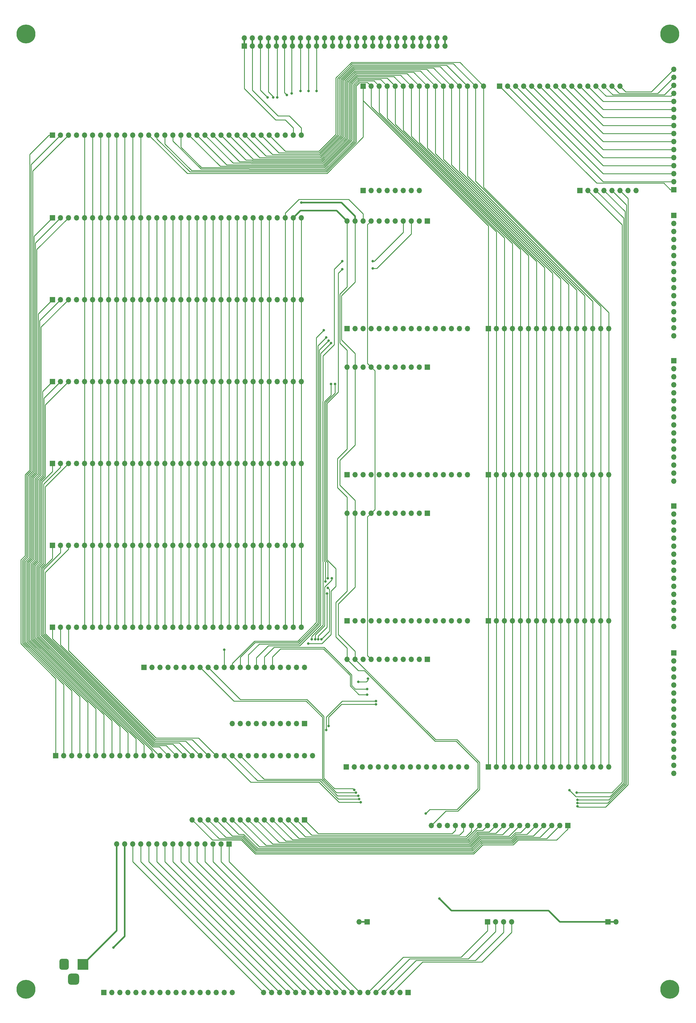
<source format=gbr>
%TF.GenerationSoftware,KiCad,Pcbnew,(5.1.10-1-10_14)*%
%TF.CreationDate,2021-11-23T13:55:23-05:00*%
%TF.ProjectId,FULL-assembly-backplane,46554c4c-2d61-4737-9365-6d626c792d62,rev?*%
%TF.SameCoordinates,Original*%
%TF.FileFunction,Copper,L1,Top*%
%TF.FilePolarity,Positive*%
%FSLAX46Y46*%
G04 Gerber Fmt 4.6, Leading zero omitted, Abs format (unit mm)*
G04 Created by KiCad (PCBNEW (5.1.10-1-10_14)) date 2021-11-23 13:55:23*
%MOMM*%
%LPD*%
G01*
G04 APERTURE LIST*
%TA.AperFunction,ComponentPad*%
%ADD10O,1.700000X1.700000*%
%TD*%
%TA.AperFunction,ComponentPad*%
%ADD11R,1.700000X1.700000*%
%TD*%
%TA.AperFunction,ComponentPad*%
%ADD12C,6.000000*%
%TD*%
%TA.AperFunction,ComponentPad*%
%ADD13C,0.800000*%
%TD*%
%TA.AperFunction,ComponentPad*%
%ADD14R,3.500000X3.500000*%
%TD*%
%TA.AperFunction,ViaPad*%
%ADD15C,0.800000*%
%TD*%
%TA.AperFunction,Conductor*%
%ADD16C,0.250000*%
%TD*%
%TA.AperFunction,Conductor*%
%ADD17C,0.500000*%
%TD*%
G04 APERTURE END LIST*
D10*
%TO.P,J38,17*%
%TO.N,~UNUSED_READ_2*%
X167640000Y-305308000D03*
%TO.P,J38,16*%
%TO.N,~UNUSED_READ_1*%
X165100000Y-305308000D03*
%TO.P,J38,15*%
%TO.N,~UNUSED_READ_0*%
X162560000Y-305308000D03*
%TO.P,J38,14*%
%TO.N,~UNUSED_WRITE_13*%
X160020000Y-305308000D03*
%TO.P,J38,13*%
%TO.N,~UNUSED_WRITE_12*%
X157480000Y-305308000D03*
%TO.P,J38,12*%
%TO.N,~UNUSED_WRITE_11*%
X154940000Y-305308000D03*
%TO.P,J38,11*%
%TO.N,~UNUSED_WRITE_10*%
X152400000Y-305308000D03*
%TO.P,J38,10*%
%TO.N,~UNUSED_WRITE_9*%
X149860000Y-305308000D03*
%TO.P,J38,9*%
%TO.N,~UNUSED_WRITE_8*%
X147320000Y-305308000D03*
%TO.P,J38,8*%
%TO.N,~UNUSED_WRITE_7*%
X144780000Y-305308000D03*
%TO.P,J38,7*%
%TO.N,~UNUSED_WRITE_6*%
X142240000Y-305308000D03*
%TO.P,J38,6*%
%TO.N,~UNUSED_WRITE_5*%
X139700000Y-305308000D03*
%TO.P,J38,5*%
%TO.N,~UNUSED_WRITE_4*%
X137160000Y-305308000D03*
%TO.P,J38,4*%
%TO.N,~UNUSED_WRITE_3*%
X134620000Y-305308000D03*
%TO.P,J38,3*%
%TO.N,~UNUSED_WRITE_2*%
X132080000Y-305308000D03*
%TO.P,J38,2*%
%TO.N,~UNUSED_WRITE_1*%
X129540000Y-305308000D03*
D11*
%TO.P,J38,1*%
%TO.N,~UNUSED_WRITE_0*%
X127000000Y-305308000D03*
%TD*%
D12*
%TO.P,REF\u002A\u002A,1*%
%TO.N,N/C*%
X306070000Y-2032000D03*
D13*
X308320000Y-2032000D03*
X307660990Y-3622990D03*
X306070000Y-4282000D03*
X304479010Y-3622990D03*
X303820000Y-2032000D03*
X304479010Y-441010D03*
X306070000Y218000D03*
X307660990Y-441010D03*
%TD*%
%TO.P,REF\u002A\u002A,1*%
%TO.N,N/C*%
X103952990Y-441010D03*
X102362000Y218000D03*
X100771010Y-441010D03*
X100112000Y-2032000D03*
X100771010Y-3622990D03*
X102362000Y-4282000D03*
X103952990Y-3622990D03*
X104612000Y-2032000D03*
D12*
X102362000Y-2032000D03*
%TD*%
%TO.P,REF\u002A\u002A,1*%
%TO.N,N/C*%
X102362000Y-304292000D03*
D13*
X104612000Y-304292000D03*
X103952990Y-305882990D03*
X102362000Y-306542000D03*
X100771010Y-305882990D03*
X100112000Y-304292000D03*
X100771010Y-302701010D03*
X102362000Y-302042000D03*
X103952990Y-302701010D03*
%TD*%
%TO.P,REF\u002A\u002A,1*%
%TO.N,N/C*%
X307660990Y-302701010D03*
X306070000Y-302042000D03*
X304479010Y-302701010D03*
X303820000Y-304292000D03*
X304479010Y-305882990D03*
X306070000Y-306542000D03*
X307660990Y-305882990D03*
X308320000Y-304292000D03*
D12*
X306070000Y-304292000D03*
%TD*%
D10*
%TO.P,J23,19*%
%TO.N,\u03BC11*%
X177546000Y-305308000D03*
%TO.P,J23,18*%
%TO.N,\u03BC10*%
X180086000Y-305308000D03*
%TO.P,J23,17*%
%TO.N,\u03BC9*%
X182626000Y-305308000D03*
%TO.P,J23,16*%
%TO.N,\u03BC8*%
X185166000Y-305308000D03*
%TO.P,J23,15*%
%TO.N,RD0E*%
X187706000Y-305308000D03*
%TO.P,J23,14*%
%TO.N,RD1E*%
X190246000Y-305308000D03*
%TO.P,J23,13*%
%TO.N,RD2E*%
X192786000Y-305308000D03*
%TO.P,J23,12*%
%TO.N,WR0E*%
X195326000Y-305308000D03*
%TO.P,J23,11*%
%TO.N,WR1E*%
X197866000Y-305308000D03*
%TO.P,J23,10*%
%TO.N,\u03BC0*%
X200406000Y-305308000D03*
%TO.P,J23,9*%
%TO.N,\u03BC1*%
X202946000Y-305308000D03*
%TO.P,J23,8*%
%TO.N,\u03BC2*%
X205486000Y-305308000D03*
%TO.P,J23,7*%
%TO.N,\u03BC3*%
X208026000Y-305308000D03*
%TO.P,J23,6*%
%TO.N,OVERFLOW_FLAG*%
X210566000Y-305308000D03*
%TO.P,J23,5*%
%TO.N,ZERO_FLAG*%
X213106000Y-305308000D03*
%TO.P,J23,4*%
%TO.N,SIGN_FLAG*%
X215646000Y-305308000D03*
%TO.P,J23,3*%
%TO.N,CARRY_FLAG*%
X218186000Y-305308000D03*
%TO.P,J23,2*%
%TO.N,RESET*%
X220726000Y-305308000D03*
D11*
%TO.P,J23,1*%
%TO.N,CLOCK*%
X223266000Y-305308000D03*
%TD*%
D10*
%TO.P,J42,10*%
%TO.N,~UNUSED_WRITE_13*%
X167640000Y-220218000D03*
%TO.P,J42,9*%
%TO.N,~UNUSED_WRITE_12*%
X170180000Y-220218000D03*
%TO.P,J42,8*%
%TO.N,~UNUSED_WRITE_11*%
X172720000Y-220218000D03*
%TO.P,J42,7*%
%TO.N,~UNUSED_WRITE_10*%
X175260000Y-220218000D03*
%TO.P,J42,6*%
%TO.N,~UNUSED_WRITE_9*%
X177800000Y-220218000D03*
%TO.P,J42,5*%
%TO.N,~UNUSED_WRITE_8*%
X180340000Y-220218000D03*
%TO.P,J42,4*%
%TO.N,~UNUSED_WRITE_7*%
X182880000Y-220218000D03*
%TO.P,J42,3*%
%TO.N,~UNUSED_WRITE_6*%
X185420000Y-220218000D03*
%TO.P,J42,2*%
%TO.N,~UNUSED_WRITE_5*%
X187960000Y-220218000D03*
D11*
%TO.P,J42,1*%
%TO.N,~UNUSED_WRITE_4*%
X190500000Y-220218000D03*
%TD*%
D10*
%TO.P,J41,15*%
%TO.N,~JUMP*%
X154940000Y-250698000D03*
%TO.P,J41,14*%
%TO.N,~JG_JNLE*%
X157480000Y-250698000D03*
%TO.P,J41,13*%
%TO.N,~JLE_JNG*%
X160020000Y-250698000D03*
%TO.P,J41,12*%
%TO.N,~JGE_JNL*%
X162560000Y-250698000D03*
%TO.P,J41,11*%
%TO.N,~JL_JNGE*%
X165100000Y-250698000D03*
%TO.P,J41,10*%
%TO.N,~JA_JNBE*%
X167640000Y-250698000D03*
%TO.P,J41,9*%
%TO.N,~JBE_JNA*%
X170180000Y-250698000D03*
%TO.P,J41,8*%
%TO.N,~JNB_JAE_JNC*%
X172720000Y-250698000D03*
%TO.P,J41,7*%
%TO.N,~JB_JNAE_JC*%
X175260000Y-250698000D03*
%TO.P,J41,6*%
%TO.N,~JNE_JNZ*%
X177800000Y-250698000D03*
%TO.P,J41,5*%
%TO.N,~JE_JZ*%
X180340000Y-250698000D03*
%TO.P,J41,4*%
%TO.N,~JNS*%
X182880000Y-250698000D03*
%TO.P,J41,3*%
%TO.N,~JS*%
X185420000Y-250698000D03*
%TO.P,J41,2*%
%TO.N,~JNO*%
X187960000Y-250698000D03*
D11*
%TO.P,J41,1*%
%TO.N,~JO*%
X190500000Y-250698000D03*
%TD*%
D10*
%TO.P,J24,21*%
%TO.N,~UNUSED_WRITE_3*%
X190500000Y-202438000D03*
%TO.P,J24,20*%
%TO.N,~UNUSED_WRITE_2*%
X187960000Y-202438000D03*
%TO.P,J24,19*%
%TO.N,~UNUSED_WRITE_1*%
X185420000Y-202438000D03*
%TO.P,J24,18*%
%TO.N,~UNUSED_WRITE_0*%
X182880000Y-202438000D03*
%TO.P,J24,17*%
%TO.N,PC_INC*%
X180340000Y-202438000D03*
%TO.P,J24,16*%
%TO.N,PC_DEC*%
X177800000Y-202438000D03*
%TO.P,J24,15*%
%TO.N,TX_SEL*%
X175260000Y-202438000D03*
%TO.P,J24,14*%
%TO.N,~LD_STACK_P*%
X172720000Y-202438000D03*
%TO.P,J24,13*%
%TO.N,SP_INC*%
X170180000Y-202438000D03*
%TO.P,J24,12*%
%TO.N,SP_DEC*%
X167640000Y-202438000D03*
%TO.P,J24,11*%
%TO.N,~IN_LD*%
X165100000Y-202438000D03*
%TO.P,J24,10*%
%TO.N,~MAR_LD*%
X162560000Y-202438000D03*
%TO.P,J24,9*%
%TO.N,TX_MSB_IN*%
X160020000Y-202438000D03*
%TO.P,J24,8*%
%TO.N,TX_LS_IN*%
X157480000Y-202438000D03*
%TO.P,J24,7*%
%TO.N,I_CONST*%
X154940000Y-202438000D03*
%TO.P,J24,6*%
%TO.N,I_SCR_1*%
X152400000Y-202438000D03*
%TO.P,J24,5*%
%TO.N,I_SCR_0*%
X149860000Y-202438000D03*
%TO.P,J24,4*%
%TO.N,I_F*%
X147320000Y-202438000D03*
%TO.P,J24,3*%
%TO.N,I_E*%
X144780000Y-202438000D03*
%TO.P,J24,2*%
%TO.N,I_D*%
X142240000Y-202438000D03*
D11*
%TO.P,J24,1*%
%TO.N,I_C*%
X139700000Y-202438000D03*
%TD*%
D10*
%TO.P,J22,15*%
%TO.N,VCC*%
X131064000Y-258318000D03*
%TO.P,J22,14*%
%TO.N,GND*%
X133604000Y-258318000D03*
%TO.P,J22,13*%
%TO.N,\u03BC11*%
X136144000Y-258318000D03*
%TO.P,J22,12*%
%TO.N,\u03BC10*%
X138684000Y-258318000D03*
%TO.P,J22,11*%
%TO.N,\u03BC9*%
X141224000Y-258318000D03*
%TO.P,J22,10*%
%TO.N,\u03BC8*%
X143764000Y-258318000D03*
%TO.P,J22,9*%
%TO.N,RD0E*%
X146304000Y-258318000D03*
%TO.P,J22,8*%
%TO.N,RD1E*%
X148844000Y-258318000D03*
%TO.P,J22,7*%
%TO.N,RD2E*%
X151384000Y-258318000D03*
%TO.P,J22,6*%
%TO.N,WR0E*%
X153924000Y-258318000D03*
%TO.P,J22,5*%
%TO.N,WR1E*%
X156464000Y-258318000D03*
%TO.P,J22,4*%
%TO.N,\u03BC0*%
X159004000Y-258318000D03*
%TO.P,J22,3*%
%TO.N,\u03BC1*%
X161544000Y-258318000D03*
%TO.P,J22,2*%
%TO.N,\u03BC2*%
X164084000Y-258318000D03*
D11*
%TO.P,J22,1*%
%TO.N,\u03BC3*%
X166624000Y-258318000D03*
%TD*%
D10*
%TO.P,J31,33*%
%TO.N,~UNUSED_READ_2*%
X193040000Y-230378000D03*
%TO.P,J31,32*%
%TO.N,~UNUSED_READ_1*%
X190500000Y-230378000D03*
%TO.P,J31,31*%
%TO.N,~UNUSED_READ_0*%
X187960000Y-230378000D03*
%TO.P,J31,30*%
%TO.N,~PC_BO*%
X185420000Y-230378000D03*
%TO.P,J31,29*%
%TO.N,~PC_ADDR*%
X182880000Y-230378000D03*
%TO.P,J31,28*%
%TO.N,~MAR_BO*%
X180340000Y-230378000D03*
%TO.P,J31,27*%
%TO.N,~IN_BO*%
X177800000Y-230378000D03*
%TO.P,J31,26*%
%TO.N,~SP_BO*%
X175260000Y-230378000D03*
%TO.P,J31,25*%
%TO.N,~SP_ADDR*%
X172720000Y-230378000D03*
%TO.P,J31,24*%
%TO.N,~TX_LSB*%
X170180000Y-230378000D03*
%TO.P,J31,23*%
%TO.N,~TX_MSB*%
X167640000Y-230378000D03*
%TO.P,J31,22*%
%TO.N,~TX_ADDR*%
X165100000Y-230378000D03*
%TO.P,J31,21*%
%TO.N,O_CONST*%
X162560000Y-230378000D03*
%TO.P,J31,20*%
%TO.N,LSB_CONST*%
X160020000Y-230378000D03*
%TO.P,J31,19*%
%TO.N,MSB_CONST*%
X157480000Y-230378000D03*
%TO.P,J31,18*%
%TO.N,O_SCR_1*%
X154940000Y-230378000D03*
%TO.P,J31,17*%
%TO.N,LSB_SCR_1*%
X152400000Y-230378000D03*
%TO.P,J31,16*%
%TO.N,MSB_SCR_1*%
X149860000Y-230378000D03*
%TO.P,J31,15*%
%TO.N,O_SCR_0*%
X147320000Y-230378000D03*
%TO.P,J31,14*%
%TO.N,LSB_SCR_0*%
X144780000Y-230378000D03*
%TO.P,J31,13*%
%TO.N,MSB_SCR_0*%
X142240000Y-230378000D03*
%TO.P,J31,12*%
%TO.N,O_F*%
X139700000Y-230378000D03*
%TO.P,J31,11*%
%TO.N,LSB_F*%
X137160000Y-230378000D03*
%TO.P,J31,10*%
%TO.N,MSB_F*%
X134620000Y-230378000D03*
%TO.P,J31,9*%
%TO.N,O_E*%
X132080000Y-230378000D03*
%TO.P,J31,8*%
%TO.N,LSB_E*%
X129540000Y-230378000D03*
%TO.P,J31,7*%
%TO.N,MSB_E*%
X127000000Y-230378000D03*
%TO.P,J31,6*%
%TO.N,O_D*%
X124460000Y-230378000D03*
%TO.P,J31,5*%
%TO.N,LSB_D*%
X121920000Y-230378000D03*
%TO.P,J31,4*%
%TO.N,MSB_D*%
X119380000Y-230378000D03*
%TO.P,J31,3*%
%TO.N,O_C*%
X116840000Y-230378000D03*
%TO.P,J31,2*%
%TO.N,LSB_C*%
X114300000Y-230378000D03*
D11*
%TO.P,J31,1*%
%TO.N,MSB_C*%
X111760000Y-230378000D03*
%TD*%
%TO.P,J13,1*%
%TO.N,/PC_B0*%
X203708000Y-233934000D03*
D10*
%TO.P,J13,2*%
%TO.N,/PC_B1*%
X206248000Y-233934000D03*
%TO.P,J13,3*%
%TO.N,/PC_B2*%
X208788000Y-233934000D03*
%TO.P,J13,4*%
%TO.N,/PC_B3*%
X211328000Y-233934000D03*
%TO.P,J13,5*%
%TO.N,/PC_B4*%
X213868000Y-233934000D03*
%TO.P,J13,6*%
%TO.N,/PC_B5*%
X216408000Y-233934000D03*
%TO.P,J13,7*%
%TO.N,/PC_B6*%
X218948000Y-233934000D03*
%TO.P,J13,8*%
%TO.N,/PC_B7*%
X221488000Y-233934000D03*
%TO.P,J13,9*%
%TO.N,/PC_B8*%
X224028000Y-233934000D03*
%TO.P,J13,10*%
%TO.N,/PC_B9*%
X226568000Y-233934000D03*
%TO.P,J13,11*%
%TO.N,/PC_B10*%
X229108000Y-233934000D03*
%TO.P,J13,12*%
%TO.N,/PC_B11*%
X231648000Y-233934000D03*
%TO.P,J13,13*%
%TO.N,/PC_B12*%
X234188000Y-233934000D03*
%TO.P,J13,14*%
%TO.N,/PC_B13*%
X236728000Y-233934000D03*
%TO.P,J13,15*%
%TO.N,/PC_B14*%
X239268000Y-233934000D03*
%TO.P,J13,16*%
%TO.N,/PC_B15*%
X241808000Y-233934000D03*
%TD*%
%TO.P,J43,3*%
%TO.N,N/C*%
%TA.AperFunction,ComponentPad*%
G36*
G01*
X115646000Y-301993000D02*
X115646000Y-300243000D01*
G75*
G02*
X116521000Y-299368000I875000J0D01*
G01*
X118271000Y-299368000D01*
G75*
G02*
X119146000Y-300243000I0J-875000D01*
G01*
X119146000Y-301993000D01*
G75*
G02*
X118271000Y-302868000I-875000J0D01*
G01*
X116521000Y-302868000D01*
G75*
G02*
X115646000Y-301993000I0J875000D01*
G01*
G37*
%TD.AperFunction*%
%TO.P,J43,2*%
%TO.N,GND*%
%TA.AperFunction,ComponentPad*%
G36*
G01*
X112896000Y-297418000D02*
X112896000Y-295418000D01*
G75*
G02*
X113646000Y-294668000I750000J0D01*
G01*
X115146000Y-294668000D01*
G75*
G02*
X115896000Y-295418000I0J-750000D01*
G01*
X115896000Y-297418000D01*
G75*
G02*
X115146000Y-298168000I-750000J0D01*
G01*
X113646000Y-298168000D01*
G75*
G02*
X112896000Y-297418000I0J750000D01*
G01*
G37*
%TD.AperFunction*%
D14*
%TO.P,J43,1*%
%TO.N,VCC*%
X120396000Y-296418000D03*
%TD*%
D10*
%TO.P,J30,2*%
%TO.N,VCC*%
X289052000Y-282956000D03*
D11*
%TO.P,J30,1*%
X286512000Y-282956000D03*
%TD*%
D10*
%TO.P,J29,4*%
%TO.N,CARRY_FLAG*%
X256032000Y-282956000D03*
%TO.P,J29,3*%
%TO.N,SIGN_FLAG*%
X253492000Y-282956000D03*
%TO.P,J29,2*%
%TO.N,ZERO_FLAG*%
X250952000Y-282956000D03*
D11*
%TO.P,J29,1*%
%TO.N,OVERFLOW_FLAG*%
X248412000Y-282956000D03*
%TD*%
D10*
%TO.P,J28,18*%
%TO.N,GND*%
X230632000Y-252476000D03*
%TO.P,J28,17*%
%TO.N,VCC*%
X233172000Y-252476000D03*
%TO.P,J28,16*%
%TO.N,~PC_LD*%
X235712000Y-252476000D03*
%TO.P,J28,15*%
%TO.N,~JO*%
X238252000Y-252476000D03*
%TO.P,J28,14*%
%TO.N,~JNO*%
X240792000Y-252476000D03*
%TO.P,J28,13*%
%TO.N,~JS*%
X243332000Y-252476000D03*
%TO.P,J28,12*%
%TO.N,~JNS*%
X245872000Y-252476000D03*
%TO.P,J28,11*%
%TO.N,~JE_JZ*%
X248412000Y-252476000D03*
%TO.P,J28,10*%
%TO.N,~JNE_JNZ*%
X250952000Y-252476000D03*
%TO.P,J28,9*%
%TO.N,~JB_JNAE_JC*%
X253492000Y-252476000D03*
%TO.P,J28,8*%
%TO.N,~JNB_JAE_JNC*%
X256032000Y-252476000D03*
%TO.P,J28,7*%
%TO.N,~JBE_JNA*%
X258572000Y-252476000D03*
%TO.P,J28,6*%
%TO.N,~JA_JNBE*%
X261112000Y-252476000D03*
%TO.P,J28,5*%
%TO.N,~JL_JNGE*%
X263652000Y-252476000D03*
%TO.P,J28,4*%
%TO.N,~JGE_JNL*%
X266192000Y-252476000D03*
%TO.P,J28,3*%
%TO.N,~JLE_JNG*%
X268732000Y-252476000D03*
%TO.P,J28,2*%
%TO.N,~JG_JNLE*%
X271272000Y-252476000D03*
D11*
%TO.P,J28,1*%
%TO.N,~JUMP*%
X273812000Y-252476000D03*
%TD*%
D10*
%TO.P,J27,2*%
%TO.N,GND*%
X207772000Y-282956000D03*
D11*
%TO.P,J27,1*%
X210312000Y-282956000D03*
%TD*%
D10*
%TO.P,J26,32*%
%TO.N,GND*%
X189484000Y-189738000D03*
%TO.P,J26,31*%
%TO.N,VCC*%
X186944000Y-189738000D03*
%TO.P,J26,30*%
%TO.N,CLOCK*%
X184404000Y-189738000D03*
%TO.P,J26,29*%
%TO.N,Net-(J26-Pad29)*%
X181864000Y-189738000D03*
%TO.P,J26,28*%
%TO.N,M7*%
X179324000Y-189738000D03*
%TO.P,J26,27*%
%TO.N,M6*%
X176784000Y-189738000D03*
%TO.P,J26,26*%
%TO.N,M5*%
X174244000Y-189738000D03*
%TO.P,J26,25*%
%TO.N,M4*%
X171704000Y-189738000D03*
%TO.P,J26,24*%
%TO.N,M3*%
X169164000Y-189738000D03*
%TO.P,J26,23*%
%TO.N,M2*%
X166624000Y-189738000D03*
%TO.P,J26,22*%
%TO.N,M1*%
X164084000Y-189738000D03*
%TO.P,J26,21*%
%TO.N,M0*%
X161544000Y-189738000D03*
%TO.P,J26,20*%
%TO.N,L7*%
X159004000Y-189738000D03*
%TO.P,J26,19*%
%TO.N,L6*%
X156464000Y-189738000D03*
%TO.P,J26,18*%
%TO.N,L5*%
X153924000Y-189738000D03*
%TO.P,J26,17*%
%TO.N,L4*%
X151384000Y-189738000D03*
%TO.P,J26,16*%
%TO.N,L3*%
X148844000Y-189738000D03*
%TO.P,J26,15*%
%TO.N,L2*%
X146304000Y-189738000D03*
%TO.P,J26,14*%
%TO.N,L1*%
X143764000Y-189738000D03*
%TO.P,J26,13*%
%TO.N,L0*%
X141224000Y-189738000D03*
%TO.P,J26,12*%
%TO.N,BUS7*%
X138684000Y-189738000D03*
%TO.P,J26,11*%
%TO.N,BUS6*%
X136144000Y-189738000D03*
%TO.P,J26,10*%
%TO.N,BUS5*%
X133604000Y-189738000D03*
%TO.P,J26,9*%
%TO.N,BUS4*%
X131064000Y-189738000D03*
%TO.P,J26,8*%
%TO.N,BUS3*%
X128524000Y-189738000D03*
%TO.P,J26,7*%
%TO.N,BUS2*%
X125984000Y-189738000D03*
%TO.P,J26,6*%
%TO.N,BUS1*%
X123444000Y-189738000D03*
%TO.P,J26,5*%
%TO.N,BUS0*%
X120904000Y-189738000D03*
%TO.P,J26,4*%
%TO.N,I_CONST*%
X118364000Y-189738000D03*
%TO.P,J26,3*%
%TO.N,O_CONST*%
X115824000Y-189738000D03*
%TO.P,J26,2*%
%TO.N,LSB_CONST*%
X113284000Y-189738000D03*
D11*
%TO.P,J26,1*%
%TO.N,MSB_CONST*%
X110744000Y-189738000D03*
%TD*%
D10*
%TO.P,J25,32*%
%TO.N,GND*%
X189484000Y-163830000D03*
%TO.P,J25,31*%
%TO.N,VCC*%
X186944000Y-163830000D03*
%TO.P,J25,30*%
%TO.N,CLOCK*%
X184404000Y-163830000D03*
%TO.P,J25,29*%
%TO.N,Net-(J25-Pad29)*%
X181864000Y-163830000D03*
%TO.P,J25,28*%
%TO.N,M7*%
X179324000Y-163830000D03*
%TO.P,J25,27*%
%TO.N,M6*%
X176784000Y-163830000D03*
%TO.P,J25,26*%
%TO.N,M5*%
X174244000Y-163830000D03*
%TO.P,J25,25*%
%TO.N,M4*%
X171704000Y-163830000D03*
%TO.P,J25,24*%
%TO.N,M3*%
X169164000Y-163830000D03*
%TO.P,J25,23*%
%TO.N,M2*%
X166624000Y-163830000D03*
%TO.P,J25,22*%
%TO.N,M1*%
X164084000Y-163830000D03*
%TO.P,J25,21*%
%TO.N,M0*%
X161544000Y-163830000D03*
%TO.P,J25,20*%
%TO.N,L7*%
X159004000Y-163830000D03*
%TO.P,J25,19*%
%TO.N,L6*%
X156464000Y-163830000D03*
%TO.P,J25,18*%
%TO.N,L5*%
X153924000Y-163830000D03*
%TO.P,J25,17*%
%TO.N,L4*%
X151384000Y-163830000D03*
%TO.P,J25,16*%
%TO.N,L3*%
X148844000Y-163830000D03*
%TO.P,J25,15*%
%TO.N,L2*%
X146304000Y-163830000D03*
%TO.P,J25,14*%
%TO.N,L1*%
X143764000Y-163830000D03*
%TO.P,J25,13*%
%TO.N,L0*%
X141224000Y-163830000D03*
%TO.P,J25,12*%
%TO.N,BUS7*%
X138684000Y-163830000D03*
%TO.P,J25,11*%
%TO.N,BUS6*%
X136144000Y-163830000D03*
%TO.P,J25,10*%
%TO.N,BUS5*%
X133604000Y-163830000D03*
%TO.P,J25,9*%
%TO.N,BUS4*%
X131064000Y-163830000D03*
%TO.P,J25,8*%
%TO.N,BUS3*%
X128524000Y-163830000D03*
%TO.P,J25,7*%
%TO.N,BUS2*%
X125984000Y-163830000D03*
%TO.P,J25,6*%
%TO.N,BUS1*%
X123444000Y-163830000D03*
%TO.P,J25,5*%
%TO.N,BUS0*%
X120904000Y-163830000D03*
%TO.P,J25,4*%
%TO.N,I_SCR_1*%
X118364000Y-163830000D03*
%TO.P,J25,3*%
%TO.N,O_SCR_1*%
X115824000Y-163830000D03*
%TO.P,J25,2*%
%TO.N,LSB_SCR_1*%
X113284000Y-163830000D03*
D11*
%TO.P,J25,1*%
%TO.N,MSB_SCR_1*%
X110744000Y-163830000D03*
%TD*%
D10*
%TO.P,J21,11*%
%TO.N,VCC*%
X203962000Y-199898000D03*
%TO.P,J21,10*%
%TO.N,GND*%
X206502000Y-199898000D03*
%TO.P,J21,9*%
%TO.N,CLOCK*%
X209042000Y-199898000D03*
%TO.P,J21,8*%
%TO.N,RESET*%
X211582000Y-199898000D03*
%TO.P,J21,7*%
%TO.N,PC_DEC*%
X214122000Y-199898000D03*
%TO.P,J21,6*%
%TO.N,PC_INC*%
X216662000Y-199898000D03*
%TO.P,J21,5*%
%TO.N,~PC_LD*%
X219202000Y-199898000D03*
%TO.P,J21,4*%
%TO.N,~PC_BO*%
X221742000Y-199898000D03*
%TO.P,J21,3*%
%TO.N,~PC_ADDR*%
X224282000Y-199898000D03*
%TO.P,J21,2*%
%TO.N,Net-(J21-Pad2)*%
X226822000Y-199898000D03*
D11*
%TO.P,J21,1*%
%TO.N,Net-(J21-Pad1)*%
X229362000Y-199898000D03*
%TD*%
D10*
%TO.P,J20,11*%
%TO.N,VCC*%
X203962000Y-107442000D03*
%TO.P,J20,10*%
%TO.N,GND*%
X206502000Y-107442000D03*
%TO.P,J20,9*%
%TO.N,CLOCK*%
X209042000Y-107442000D03*
%TO.P,J20,8*%
%TO.N,RESET*%
X211582000Y-107442000D03*
%TO.P,J20,7*%
%TO.N,Net-(J20-Pad7)*%
X214122000Y-107442000D03*
%TO.P,J20,6*%
%TO.N,Net-(J20-Pad6)*%
X216662000Y-107442000D03*
%TO.P,J20,5*%
%TO.N,~MAR_LD*%
X219202000Y-107442000D03*
%TO.P,J20,4*%
%TO.N,~MAR_BO*%
X221742000Y-107442000D03*
%TO.P,J20,3*%
%TO.N,Net-(J20-Pad3)*%
X224282000Y-107442000D03*
%TO.P,J20,2*%
%TO.N,Net-(J20-Pad2)*%
X226822000Y-107442000D03*
D11*
%TO.P,J20,1*%
%TO.N,Net-(J20-Pad1)*%
X229362000Y-107442000D03*
%TD*%
D10*
%TO.P,J19,11*%
%TO.N,VCC*%
X203962000Y-153670000D03*
%TO.P,J19,10*%
%TO.N,GND*%
X206502000Y-153670000D03*
%TO.P,J19,9*%
%TO.N,CLOCK*%
X209042000Y-153670000D03*
%TO.P,J19,8*%
%TO.N,RESET*%
X211582000Y-153670000D03*
%TO.P,J19,7*%
%TO.N,Net-(J19-Pad7)*%
X214122000Y-153670000D03*
%TO.P,J19,6*%
%TO.N,Net-(J19-Pad6)*%
X216662000Y-153670000D03*
%TO.P,J19,5*%
%TO.N,~IN_LD*%
X219202000Y-153670000D03*
%TO.P,J19,4*%
%TO.N,~IN_BO*%
X221742000Y-153670000D03*
%TO.P,J19,3*%
%TO.N,Net-(J19-Pad3)*%
X224282000Y-153670000D03*
%TO.P,J19,2*%
%TO.N,Net-(J19-Pad2)*%
X226822000Y-153670000D03*
D11*
%TO.P,J19,1*%
%TO.N,Net-(J19-Pad1)*%
X229362000Y-153670000D03*
%TD*%
D10*
%TO.P,J18,11*%
%TO.N,VCC*%
X203962000Y-61214000D03*
%TO.P,J18,10*%
%TO.N,GND*%
X206502000Y-61214000D03*
%TO.P,J18,9*%
%TO.N,CLOCK*%
X209042000Y-61214000D03*
%TO.P,J18,8*%
%TO.N,RESET*%
X211582000Y-61214000D03*
%TO.P,J18,7*%
%TO.N,SP_DEC*%
X214122000Y-61214000D03*
%TO.P,J18,6*%
%TO.N,SP_INC*%
X216662000Y-61214000D03*
%TO.P,J18,5*%
%TO.N,~LD_STACK_P*%
X219202000Y-61214000D03*
%TO.P,J18,4*%
%TO.N,~SP_BO*%
X221742000Y-61214000D03*
%TO.P,J18,3*%
%TO.N,~SP_ADDR*%
X224282000Y-61214000D03*
%TO.P,J18,2*%
%TO.N,Net-(J18-Pad2)*%
X226822000Y-61214000D03*
D11*
%TO.P,J18,1*%
%TO.N,Net-(J18-Pad1)*%
X229362000Y-61214000D03*
%TD*%
D10*
%TO.P,J17,16*%
%TO.N,/MAR_B15*%
X307340000Y-143510000D03*
%TO.P,J17,15*%
%TO.N,/MAR_B14*%
X307340000Y-140970000D03*
%TO.P,J17,14*%
%TO.N,/MAR_B13*%
X307340000Y-138430000D03*
%TO.P,J17,13*%
%TO.N,/MAR_B12*%
X307340000Y-135890000D03*
%TO.P,J17,12*%
%TO.N,/MAR_B11*%
X307340000Y-133350000D03*
%TO.P,J17,11*%
%TO.N,/MAR_B10*%
X307340000Y-130810000D03*
%TO.P,J17,10*%
%TO.N,/MAR_B9*%
X307340000Y-128270000D03*
%TO.P,J17,9*%
%TO.N,/MAR_B8*%
X307340000Y-125730000D03*
%TO.P,J17,8*%
%TO.N,/MAR_B7*%
X307340000Y-123190000D03*
%TO.P,J17,7*%
%TO.N,/MAR_B6*%
X307340000Y-120650000D03*
%TO.P,J17,6*%
%TO.N,/MAR_B5*%
X307340000Y-118110000D03*
%TO.P,J17,5*%
%TO.N,/MAR_B4*%
X307340000Y-115570000D03*
%TO.P,J17,4*%
%TO.N,/MAR_B3*%
X307340000Y-113030000D03*
%TO.P,J17,3*%
%TO.N,/MAR_B2*%
X307340000Y-110490000D03*
%TO.P,J17,2*%
%TO.N,/MAR_B1*%
X307340000Y-107950000D03*
D11*
%TO.P,J17,1*%
%TO.N,/MAR_B0*%
X307340000Y-105410000D03*
%TD*%
D10*
%TO.P,J16,16*%
%TO.N,/MAR_B15*%
X242062000Y-141478000D03*
%TO.P,J16,15*%
%TO.N,/MAR_B14*%
X239522000Y-141478000D03*
%TO.P,J16,14*%
%TO.N,/MAR_B13*%
X236982000Y-141478000D03*
%TO.P,J16,13*%
%TO.N,/MAR_B12*%
X234442000Y-141478000D03*
%TO.P,J16,12*%
%TO.N,/MAR_B11*%
X231902000Y-141478000D03*
%TO.P,J16,11*%
%TO.N,/MAR_B10*%
X229362000Y-141478000D03*
%TO.P,J16,10*%
%TO.N,/MAR_B9*%
X226822000Y-141478000D03*
%TO.P,J16,9*%
%TO.N,/MAR_B8*%
X224282000Y-141478000D03*
%TO.P,J16,8*%
%TO.N,/MAR_B7*%
X221742000Y-141478000D03*
%TO.P,J16,7*%
%TO.N,/MAR_B6*%
X219202000Y-141478000D03*
%TO.P,J16,6*%
%TO.N,/MAR_B5*%
X216662000Y-141478000D03*
%TO.P,J16,5*%
%TO.N,/MAR_B4*%
X214122000Y-141478000D03*
%TO.P,J16,4*%
%TO.N,/MAR_B3*%
X211582000Y-141478000D03*
%TO.P,J16,3*%
%TO.N,/MAR_B2*%
X209042000Y-141478000D03*
%TO.P,J16,2*%
%TO.N,/MAR_B1*%
X206502000Y-141478000D03*
D11*
%TO.P,J16,1*%
%TO.N,/MAR_B0*%
X203962000Y-141478000D03*
%TD*%
D10*
%TO.P,J15,16*%
%TO.N,M7*%
X286766000Y-141478000D03*
%TO.P,J15,15*%
%TO.N,M6*%
X284226000Y-141478000D03*
%TO.P,J15,14*%
%TO.N,M5*%
X281686000Y-141478000D03*
%TO.P,J15,13*%
%TO.N,M4*%
X279146000Y-141478000D03*
%TO.P,J15,12*%
%TO.N,M3*%
X276606000Y-141478000D03*
%TO.P,J15,11*%
%TO.N,M2*%
X274066000Y-141478000D03*
%TO.P,J15,10*%
%TO.N,M1*%
X271526000Y-141478000D03*
%TO.P,J15,9*%
%TO.N,M0*%
X268986000Y-141478000D03*
%TO.P,J15,8*%
%TO.N,L7*%
X266446000Y-141478000D03*
%TO.P,J15,7*%
%TO.N,L6*%
X263906000Y-141478000D03*
%TO.P,J15,6*%
%TO.N,L5*%
X261366000Y-141478000D03*
%TO.P,J15,5*%
%TO.N,L4*%
X258826000Y-141478000D03*
%TO.P,J15,4*%
%TO.N,L3*%
X256286000Y-141478000D03*
%TO.P,J15,3*%
%TO.N,L2*%
X253746000Y-141478000D03*
%TO.P,J15,2*%
%TO.N,L1*%
X251206000Y-141478000D03*
D11*
%TO.P,J15,1*%
%TO.N,L0*%
X248666000Y-141478000D03*
%TD*%
D10*
%TO.P,J14,16*%
%TO.N,/PC_B15*%
X307340000Y-235966000D03*
%TO.P,J14,15*%
%TO.N,/PC_B14*%
X307340000Y-233426000D03*
%TO.P,J14,14*%
%TO.N,/PC_B13*%
X307340000Y-230886000D03*
%TO.P,J14,13*%
%TO.N,/PC_B12*%
X307340000Y-228346000D03*
%TO.P,J14,12*%
%TO.N,/PC_B11*%
X307340000Y-225806000D03*
%TO.P,J14,11*%
%TO.N,/PC_B10*%
X307340000Y-223266000D03*
%TO.P,J14,10*%
%TO.N,/PC_B9*%
X307340000Y-220726000D03*
%TO.P,J14,9*%
%TO.N,/PC_B8*%
X307340000Y-218186000D03*
%TO.P,J14,8*%
%TO.N,/PC_B7*%
X307340000Y-215646000D03*
%TO.P,J14,7*%
%TO.N,/PC_B6*%
X307340000Y-213106000D03*
%TO.P,J14,6*%
%TO.N,/PC_B5*%
X307340000Y-210566000D03*
%TO.P,J14,5*%
%TO.N,/PC_B4*%
X307340000Y-208026000D03*
%TO.P,J14,4*%
%TO.N,/PC_B3*%
X307340000Y-205486000D03*
%TO.P,J14,3*%
%TO.N,/PC_B2*%
X307340000Y-202946000D03*
%TO.P,J14,2*%
%TO.N,/PC_B1*%
X307340000Y-200406000D03*
D11*
%TO.P,J14,1*%
%TO.N,/PC_B0*%
X307340000Y-197866000D03*
%TD*%
D10*
%TO.P,J12,16*%
%TO.N,M7*%
X286766000Y-233934000D03*
%TO.P,J12,15*%
%TO.N,M6*%
X284226000Y-233934000D03*
%TO.P,J12,14*%
%TO.N,M5*%
X281686000Y-233934000D03*
%TO.P,J12,13*%
%TO.N,M4*%
X279146000Y-233934000D03*
%TO.P,J12,12*%
%TO.N,M3*%
X276606000Y-233934000D03*
%TO.P,J12,11*%
%TO.N,M2*%
X274066000Y-233934000D03*
%TO.P,J12,10*%
%TO.N,M1*%
X271526000Y-233934000D03*
%TO.P,J12,9*%
%TO.N,M0*%
X268986000Y-233934000D03*
%TO.P,J12,8*%
%TO.N,L7*%
X266446000Y-233934000D03*
%TO.P,J12,7*%
%TO.N,L6*%
X263906000Y-233934000D03*
%TO.P,J12,6*%
%TO.N,L5*%
X261366000Y-233934000D03*
%TO.P,J12,5*%
%TO.N,L4*%
X258826000Y-233934000D03*
%TO.P,J12,4*%
%TO.N,L3*%
X256286000Y-233934000D03*
%TO.P,J12,3*%
%TO.N,L2*%
X253746000Y-233934000D03*
%TO.P,J12,2*%
%TO.N,L1*%
X251206000Y-233934000D03*
D11*
%TO.P,J12,1*%
%TO.N,L0*%
X248666000Y-233934000D03*
%TD*%
D10*
%TO.P,J11,16*%
%TO.N,/IN_B15*%
X307340000Y-189484000D03*
%TO.P,J11,15*%
%TO.N,/IN_B14*%
X307340000Y-186944000D03*
%TO.P,J11,14*%
%TO.N,/IN_B13*%
X307340000Y-184404000D03*
%TO.P,J11,13*%
%TO.N,/IN_B12*%
X307340000Y-181864000D03*
%TO.P,J11,12*%
%TO.N,/IN_B11*%
X307340000Y-179324000D03*
%TO.P,J11,11*%
%TO.N,/IN_B10*%
X307340000Y-176784000D03*
%TO.P,J11,10*%
%TO.N,/IN_B9*%
X307340000Y-174244000D03*
%TO.P,J11,9*%
%TO.N,/IN_B8*%
X307340000Y-171704000D03*
%TO.P,J11,8*%
%TO.N,/IN_B7*%
X307340000Y-169164000D03*
%TO.P,J11,7*%
%TO.N,/IN_B6*%
X307340000Y-166624000D03*
%TO.P,J11,6*%
%TO.N,/IN_B5*%
X307340000Y-164084000D03*
%TO.P,J11,5*%
%TO.N,/IN_B4*%
X307340000Y-161544000D03*
%TO.P,J11,4*%
%TO.N,/IN_B3*%
X307340000Y-159004000D03*
%TO.P,J11,3*%
%TO.N,/IN_B2*%
X307340000Y-156464000D03*
%TO.P,J11,2*%
%TO.N,/IN_B1*%
X307340000Y-153924000D03*
D11*
%TO.P,J11,1*%
%TO.N,/IN_B0*%
X307340000Y-151384000D03*
%TD*%
D10*
%TO.P,J10,16*%
%TO.N,/IN_B15*%
X242062000Y-187706000D03*
%TO.P,J10,15*%
%TO.N,/IN_B14*%
X239522000Y-187706000D03*
%TO.P,J10,14*%
%TO.N,/IN_B13*%
X236982000Y-187706000D03*
%TO.P,J10,13*%
%TO.N,/IN_B12*%
X234442000Y-187706000D03*
%TO.P,J10,12*%
%TO.N,/IN_B11*%
X231902000Y-187706000D03*
%TO.P,J10,11*%
%TO.N,/IN_B10*%
X229362000Y-187706000D03*
%TO.P,J10,10*%
%TO.N,/IN_B9*%
X226822000Y-187706000D03*
%TO.P,J10,9*%
%TO.N,/IN_B8*%
X224282000Y-187706000D03*
%TO.P,J10,8*%
%TO.N,/IN_B7*%
X221742000Y-187706000D03*
%TO.P,J10,7*%
%TO.N,/IN_B6*%
X219202000Y-187706000D03*
%TO.P,J10,6*%
%TO.N,/IN_B5*%
X216662000Y-187706000D03*
%TO.P,J10,5*%
%TO.N,/IN_B4*%
X214122000Y-187706000D03*
%TO.P,J10,4*%
%TO.N,/IN_B3*%
X211582000Y-187706000D03*
%TO.P,J10,3*%
%TO.N,/IN_B2*%
X209042000Y-187706000D03*
%TO.P,J10,2*%
%TO.N,/IN_B1*%
X206502000Y-187706000D03*
D11*
%TO.P,J10,1*%
%TO.N,/IN_B0*%
X203962000Y-187706000D03*
%TD*%
D10*
%TO.P,J9,16*%
%TO.N,M7*%
X286766000Y-187706000D03*
%TO.P,J9,15*%
%TO.N,M6*%
X284226000Y-187706000D03*
%TO.P,J9,14*%
%TO.N,M5*%
X281686000Y-187706000D03*
%TO.P,J9,13*%
%TO.N,M4*%
X279146000Y-187706000D03*
%TO.P,J9,12*%
%TO.N,M3*%
X276606000Y-187706000D03*
%TO.P,J9,11*%
%TO.N,M2*%
X274066000Y-187706000D03*
%TO.P,J9,10*%
%TO.N,M1*%
X271526000Y-187706000D03*
%TO.P,J9,9*%
%TO.N,M0*%
X268986000Y-187706000D03*
%TO.P,J9,8*%
%TO.N,L7*%
X266446000Y-187706000D03*
%TO.P,J9,7*%
%TO.N,L6*%
X263906000Y-187706000D03*
%TO.P,J9,6*%
%TO.N,L5*%
X261366000Y-187706000D03*
%TO.P,J9,5*%
%TO.N,L4*%
X258826000Y-187706000D03*
%TO.P,J9,4*%
%TO.N,L3*%
X256286000Y-187706000D03*
%TO.P,J9,3*%
%TO.N,L2*%
X253746000Y-187706000D03*
%TO.P,J9,2*%
%TO.N,L1*%
X251206000Y-187706000D03*
D11*
%TO.P,J9,1*%
%TO.N,L0*%
X248666000Y-187706000D03*
%TD*%
D10*
%TO.P,J8,16*%
%TO.N,/SP_B15*%
X307340000Y-97536000D03*
%TO.P,J8,15*%
%TO.N,/SP_B14*%
X307340000Y-94996000D03*
%TO.P,J8,14*%
%TO.N,/SP_B13*%
X307340000Y-92456000D03*
%TO.P,J8,13*%
%TO.N,/SP_B12*%
X307340000Y-89916000D03*
%TO.P,J8,12*%
%TO.N,/SP_B11*%
X307340000Y-87376000D03*
%TO.P,J8,11*%
%TO.N,/SP_B10*%
X307340000Y-84836000D03*
%TO.P,J8,10*%
%TO.N,/SP_B9*%
X307340000Y-82296000D03*
%TO.P,J8,9*%
%TO.N,/SP_B8*%
X307340000Y-79756000D03*
%TO.P,J8,8*%
%TO.N,/SP_B7*%
X307340000Y-77216000D03*
%TO.P,J8,7*%
%TO.N,/SP_B6*%
X307340000Y-74676000D03*
%TO.P,J8,6*%
%TO.N,/SP_B5*%
X307340000Y-72136000D03*
%TO.P,J8,5*%
%TO.N,/SP_B4*%
X307340000Y-69596000D03*
%TO.P,J8,4*%
%TO.N,/SP_B3*%
X307340000Y-67056000D03*
%TO.P,J8,3*%
%TO.N,/SP_B2*%
X307340000Y-64516000D03*
%TO.P,J8,2*%
%TO.N,/SP_B1*%
X307340000Y-61976000D03*
D11*
%TO.P,J8,1*%
%TO.N,/SP_B0*%
X307340000Y-59436000D03*
%TD*%
D10*
%TO.P,J7,16*%
%TO.N,/SP_B15*%
X242062000Y-95250000D03*
%TO.P,J7,15*%
%TO.N,/SP_B14*%
X239522000Y-95250000D03*
%TO.P,J7,14*%
%TO.N,/SP_B13*%
X236982000Y-95250000D03*
%TO.P,J7,13*%
%TO.N,/SP_B12*%
X234442000Y-95250000D03*
%TO.P,J7,12*%
%TO.N,/SP_B11*%
X231902000Y-95250000D03*
%TO.P,J7,11*%
%TO.N,/SP_B10*%
X229362000Y-95250000D03*
%TO.P,J7,10*%
%TO.N,/SP_B9*%
X226822000Y-95250000D03*
%TO.P,J7,9*%
%TO.N,/SP_B8*%
X224282000Y-95250000D03*
%TO.P,J7,8*%
%TO.N,/SP_B7*%
X221742000Y-95250000D03*
%TO.P,J7,7*%
%TO.N,/SP_B6*%
X219202000Y-95250000D03*
%TO.P,J7,6*%
%TO.N,/SP_B5*%
X216662000Y-95250000D03*
%TO.P,J7,5*%
%TO.N,/SP_B4*%
X214122000Y-95250000D03*
%TO.P,J7,4*%
%TO.N,/SP_B3*%
X211582000Y-95250000D03*
%TO.P,J7,3*%
%TO.N,/SP_B2*%
X209042000Y-95250000D03*
%TO.P,J7,2*%
%TO.N,/SP_B1*%
X206502000Y-95250000D03*
D11*
%TO.P,J7,1*%
%TO.N,/SP_B0*%
X203962000Y-95250000D03*
%TD*%
D10*
%TO.P,J6,16*%
%TO.N,M7*%
X286766000Y-95250000D03*
%TO.P,J6,15*%
%TO.N,M6*%
X284226000Y-95250000D03*
%TO.P,J6,14*%
%TO.N,M5*%
X281686000Y-95250000D03*
%TO.P,J6,13*%
%TO.N,M4*%
X279146000Y-95250000D03*
%TO.P,J6,12*%
%TO.N,M3*%
X276606000Y-95250000D03*
%TO.P,J6,11*%
%TO.N,M2*%
X274066000Y-95250000D03*
%TO.P,J6,10*%
%TO.N,M1*%
X271526000Y-95250000D03*
%TO.P,J6,9*%
%TO.N,M0*%
X268986000Y-95250000D03*
%TO.P,J6,8*%
%TO.N,L7*%
X266446000Y-95250000D03*
%TO.P,J6,7*%
%TO.N,L6*%
X263906000Y-95250000D03*
%TO.P,J6,6*%
%TO.N,L5*%
X261366000Y-95250000D03*
%TO.P,J6,5*%
%TO.N,L4*%
X258826000Y-95250000D03*
%TO.P,J6,4*%
%TO.N,L3*%
X256286000Y-95250000D03*
%TO.P,J6,3*%
%TO.N,L2*%
X253746000Y-95250000D03*
%TO.P,J6,2*%
%TO.N,L1*%
X251206000Y-95250000D03*
D11*
%TO.P,J6,1*%
%TO.N,L0*%
X248666000Y-95250000D03*
%TD*%
D10*
%TO.P,J5,16*%
%TO.N,/TX15*%
X307340000Y-13208000D03*
%TO.P,J5,15*%
%TO.N,/TX14*%
X307340000Y-15748000D03*
%TO.P,J5,14*%
%TO.N,/TX13*%
X307340000Y-18288000D03*
%TO.P,J5,13*%
%TO.N,/TX12*%
X307340000Y-20828000D03*
%TO.P,J5,12*%
%TO.N,/TX11*%
X307340000Y-23368000D03*
%TO.P,J5,11*%
%TO.N,/TX10*%
X307340000Y-25908000D03*
%TO.P,J5,10*%
%TO.N,/TX9*%
X307340000Y-28448000D03*
%TO.P,J5,9*%
%TO.N,/TX8*%
X307340000Y-30988000D03*
%TO.P,J5,8*%
%TO.N,/TX7*%
X307340000Y-33528000D03*
%TO.P,J5,7*%
%TO.N,/TX6*%
X307340000Y-36068000D03*
%TO.P,J5,6*%
%TO.N,/TX5*%
X307340000Y-38608000D03*
%TO.P,J5,5*%
%TO.N,/TX4*%
X307340000Y-41148000D03*
%TO.P,J5,4*%
%TO.N,/TX3*%
X307340000Y-43688000D03*
%TO.P,J5,3*%
%TO.N,/TX2*%
X307340000Y-46228000D03*
%TO.P,J5,2*%
%TO.N,/TX1*%
X307340000Y-48768000D03*
D11*
%TO.P,J5,1*%
%TO.N,/TX0*%
X307340000Y-51308000D03*
%TD*%
D10*
%TO.P,J4,8*%
%TO.N,VCC*%
X295402000Y-51562000D03*
%TO.P,J4,7*%
%TO.N,GND*%
X292862000Y-51562000D03*
%TO.P,J4,6*%
%TO.N,~TX_ADDR*%
X290322000Y-51562000D03*
%TO.P,J4,5*%
%TO.N,~TX_MSB*%
X287782000Y-51562000D03*
%TO.P,J4,4*%
%TO.N,~TX_LSB*%
X285242000Y-51562000D03*
%TO.P,J4,3*%
%TO.N,TX_MSB_IN*%
X282702000Y-51562000D03*
%TO.P,J4,2*%
%TO.N,TX_LS_IN*%
X280162000Y-51562000D03*
D11*
%TO.P,J4,1*%
%TO.N,TX_SEL*%
X277622000Y-51562000D03*
%TD*%
D10*
%TO.P,J3,8*%
%TO.N,BUS7*%
X226822000Y-51562000D03*
%TO.P,J3,7*%
%TO.N,BUS6*%
X224282000Y-51562000D03*
%TO.P,J3,6*%
%TO.N,BUS5*%
X221742000Y-51562000D03*
%TO.P,J3,5*%
%TO.N,BUS4*%
X219202000Y-51562000D03*
%TO.P,J3,4*%
%TO.N,BUS3*%
X216662000Y-51562000D03*
%TO.P,J3,3*%
%TO.N,BUS2*%
X214122000Y-51562000D03*
%TO.P,J3,2*%
%TO.N,BUS1*%
X211582000Y-51562000D03*
D11*
%TO.P,J3,1*%
%TO.N,BUS0*%
X209042000Y-51562000D03*
%TD*%
D10*
%TO.P,J2,16*%
%TO.N,/TX15*%
X290322000Y-18542000D03*
%TO.P,J2,15*%
%TO.N,/TX14*%
X287782000Y-18542000D03*
%TO.P,J2,14*%
%TO.N,/TX13*%
X285242000Y-18542000D03*
%TO.P,J2,13*%
%TO.N,/TX12*%
X282702000Y-18542000D03*
%TO.P,J2,12*%
%TO.N,/TX11*%
X280162000Y-18542000D03*
%TO.P,J2,11*%
%TO.N,/TX10*%
X277622000Y-18542000D03*
%TO.P,J2,10*%
%TO.N,/TX9*%
X275082000Y-18542000D03*
%TO.P,J2,9*%
%TO.N,/TX8*%
X272542000Y-18542000D03*
%TO.P,J2,8*%
%TO.N,/TX7*%
X270002000Y-18542000D03*
%TO.P,J2,7*%
%TO.N,/TX6*%
X267462000Y-18542000D03*
%TO.P,J2,6*%
%TO.N,/TX5*%
X264922000Y-18542000D03*
%TO.P,J2,5*%
%TO.N,/TX4*%
X262382000Y-18542000D03*
%TO.P,J2,4*%
%TO.N,/TX3*%
X259842000Y-18542000D03*
%TO.P,J2,3*%
%TO.N,/TX2*%
X257302000Y-18542000D03*
%TO.P,J2,2*%
%TO.N,/TX1*%
X254762000Y-18542000D03*
D11*
%TO.P,J2,1*%
%TO.N,/TX0*%
X252222000Y-18542000D03*
%TD*%
D10*
%TO.P,J1,16*%
%TO.N,M7*%
X247142000Y-18542000D03*
%TO.P,J1,15*%
%TO.N,M6*%
X244602000Y-18542000D03*
%TO.P,J1,14*%
%TO.N,M5*%
X242062000Y-18542000D03*
%TO.P,J1,13*%
%TO.N,M4*%
X239522000Y-18542000D03*
%TO.P,J1,12*%
%TO.N,M3*%
X236982000Y-18542000D03*
%TO.P,J1,11*%
%TO.N,M2*%
X234442000Y-18542000D03*
%TO.P,J1,10*%
%TO.N,M1*%
X231902000Y-18542000D03*
%TO.P,J1,9*%
%TO.N,M0*%
X229362000Y-18542000D03*
%TO.P,J1,8*%
%TO.N,L7*%
X226822000Y-18542000D03*
%TO.P,J1,7*%
%TO.N,L6*%
X224282000Y-18542000D03*
%TO.P,J1,6*%
%TO.N,L5*%
X221742000Y-18542000D03*
%TO.P,J1,5*%
%TO.N,L4*%
X219202000Y-18542000D03*
%TO.P,J1,4*%
%TO.N,L3*%
X216662000Y-18542000D03*
%TO.P,J1,3*%
%TO.N,L2*%
X214122000Y-18542000D03*
%TO.P,J1,2*%
%TO.N,L1*%
X211582000Y-18542000D03*
D11*
%TO.P,J1,1*%
%TO.N,L0*%
X209042000Y-18542000D03*
%TD*%
D10*
%TO.P,J37,52*%
%TO.N,L0*%
X234950000Y-3302000D03*
%TO.P,J37,51*%
X234950000Y-5842000D03*
%TO.P,J37,50*%
%TO.N,L1*%
X232410000Y-3302000D03*
%TO.P,J37,49*%
X232410000Y-5842000D03*
%TO.P,J37,48*%
%TO.N,L2*%
X229870000Y-3302000D03*
%TO.P,J37,47*%
X229870000Y-5842000D03*
%TO.P,J37,46*%
%TO.N,L3*%
X227330000Y-3302000D03*
%TO.P,J37,45*%
X227330000Y-5842000D03*
%TO.P,J37,44*%
%TO.N,L4*%
X224790000Y-3302000D03*
%TO.P,J37,43*%
X224790000Y-5842000D03*
%TO.P,J37,42*%
%TO.N,L5*%
X222250000Y-3302000D03*
%TO.P,J37,41*%
X222250000Y-5842000D03*
%TO.P,J37,40*%
%TO.N,L6*%
X219710000Y-3302000D03*
%TO.P,J37,39*%
X219710000Y-5842000D03*
%TO.P,J37,38*%
%TO.N,L7*%
X217170000Y-3302000D03*
%TO.P,J37,37*%
X217170000Y-5842000D03*
%TO.P,J37,36*%
%TO.N,M0*%
X214630000Y-3302000D03*
%TO.P,J37,35*%
X214630000Y-5842000D03*
%TO.P,J37,34*%
%TO.N,M1*%
X212090000Y-3302000D03*
%TO.P,J37,33*%
X212090000Y-5842000D03*
%TO.P,J37,32*%
%TO.N,M2*%
X209550000Y-3302000D03*
%TO.P,J37,31*%
X209550000Y-5842000D03*
%TO.P,J37,30*%
%TO.N,M3*%
X207010000Y-3302000D03*
%TO.P,J37,29*%
X207010000Y-5842000D03*
%TO.P,J37,28*%
%TO.N,M4*%
X204470000Y-3302000D03*
%TO.P,J37,27*%
X204470000Y-5842000D03*
%TO.P,J37,26*%
%TO.N,M5*%
X201930000Y-3302000D03*
%TO.P,J37,25*%
X201930000Y-5842000D03*
%TO.P,J37,24*%
%TO.N,M6*%
X199390000Y-3302000D03*
%TO.P,J37,23*%
X199390000Y-5842000D03*
%TO.P,J37,22*%
%TO.N,M7*%
X196850000Y-3302000D03*
%TO.P,J37,21*%
X196850000Y-5842000D03*
%TO.P,J37,20*%
%TO.N,BUS7*%
X194310000Y-3302000D03*
%TO.P,J37,19*%
X194310000Y-5842000D03*
%TO.P,J37,18*%
%TO.N,BUS6*%
X191770000Y-3302000D03*
%TO.P,J37,17*%
X191770000Y-5842000D03*
%TO.P,J37,16*%
%TO.N,BUS5*%
X189230000Y-3302000D03*
%TO.P,J37,15*%
X189230000Y-5842000D03*
%TO.P,J37,14*%
%TO.N,BUS4*%
X186690000Y-3302000D03*
%TO.P,J37,13*%
X186690000Y-5842000D03*
%TO.P,J37,12*%
%TO.N,BUS3*%
X184150000Y-3302000D03*
%TO.P,J37,11*%
X184150000Y-5842000D03*
%TO.P,J37,10*%
%TO.N,BUS2*%
X181610000Y-3302000D03*
%TO.P,J37,9*%
X181610000Y-5842000D03*
%TO.P,J37,8*%
%TO.N,BUS1*%
X179070000Y-3302000D03*
%TO.P,J37,7*%
X179070000Y-5842000D03*
%TO.P,J37,6*%
%TO.N,BUS0*%
X176530000Y-3302000D03*
%TO.P,J37,5*%
X176530000Y-5842000D03*
%TO.P,J37,4*%
%TO.N,GND*%
X173990000Y-3302000D03*
%TO.P,J37,3*%
X173990000Y-5842000D03*
%TO.P,J37,2*%
%TO.N,VCC*%
X171450000Y-3302000D03*
D11*
%TO.P,J37,1*%
X171450000Y-5842000D03*
%TD*%
%TO.P,J33,1*%
%TO.N,MSB_D*%
X110744000Y-60198000D03*
D10*
%TO.P,J33,2*%
%TO.N,LSB_D*%
X113284000Y-60198000D03*
%TO.P,J33,3*%
%TO.N,O_D*%
X115824000Y-60198000D03*
%TO.P,J33,4*%
%TO.N,I_D*%
X118364000Y-60198000D03*
%TO.P,J33,5*%
%TO.N,BUS0*%
X120904000Y-60198000D03*
%TO.P,J33,6*%
%TO.N,BUS1*%
X123444000Y-60198000D03*
%TO.P,J33,7*%
%TO.N,BUS2*%
X125984000Y-60198000D03*
%TO.P,J33,8*%
%TO.N,BUS3*%
X128524000Y-60198000D03*
%TO.P,J33,9*%
%TO.N,BUS4*%
X131064000Y-60198000D03*
%TO.P,J33,10*%
%TO.N,BUS5*%
X133604000Y-60198000D03*
%TO.P,J33,11*%
%TO.N,BUS6*%
X136144000Y-60198000D03*
%TO.P,J33,12*%
%TO.N,BUS7*%
X138684000Y-60198000D03*
%TO.P,J33,13*%
%TO.N,L0*%
X141224000Y-60198000D03*
%TO.P,J33,14*%
%TO.N,L1*%
X143764000Y-60198000D03*
%TO.P,J33,15*%
%TO.N,L2*%
X146304000Y-60198000D03*
%TO.P,J33,16*%
%TO.N,L3*%
X148844000Y-60198000D03*
%TO.P,J33,17*%
%TO.N,L4*%
X151384000Y-60198000D03*
%TO.P,J33,18*%
%TO.N,L5*%
X153924000Y-60198000D03*
%TO.P,J33,19*%
%TO.N,L6*%
X156464000Y-60198000D03*
%TO.P,J33,20*%
%TO.N,L7*%
X159004000Y-60198000D03*
%TO.P,J33,21*%
%TO.N,M0*%
X161544000Y-60198000D03*
%TO.P,J33,22*%
%TO.N,M1*%
X164084000Y-60198000D03*
%TO.P,J33,23*%
%TO.N,M2*%
X166624000Y-60198000D03*
%TO.P,J33,24*%
%TO.N,M3*%
X169164000Y-60198000D03*
%TO.P,J33,25*%
%TO.N,M4*%
X171704000Y-60198000D03*
%TO.P,J33,26*%
%TO.N,M5*%
X174244000Y-60198000D03*
%TO.P,J33,27*%
%TO.N,M6*%
X176784000Y-60198000D03*
%TO.P,J33,28*%
%TO.N,M7*%
X179324000Y-60198000D03*
%TO.P,J33,29*%
%TO.N,Net-(J33-Pad29)*%
X181864000Y-60198000D03*
%TO.P,J33,30*%
%TO.N,CLOCK*%
X184404000Y-60198000D03*
%TO.P,J33,31*%
%TO.N,VCC*%
X186944000Y-60198000D03*
%TO.P,J33,32*%
%TO.N,GND*%
X189484000Y-60198000D03*
%TD*%
D11*
%TO.P,J35,1*%
%TO.N,MSB_F*%
X110744000Y-112014000D03*
D10*
%TO.P,J35,2*%
%TO.N,LSB_F*%
X113284000Y-112014000D03*
%TO.P,J35,3*%
%TO.N,O_F*%
X115824000Y-112014000D03*
%TO.P,J35,4*%
%TO.N,I_F*%
X118364000Y-112014000D03*
%TO.P,J35,5*%
%TO.N,BUS0*%
X120904000Y-112014000D03*
%TO.P,J35,6*%
%TO.N,BUS1*%
X123444000Y-112014000D03*
%TO.P,J35,7*%
%TO.N,BUS2*%
X125984000Y-112014000D03*
%TO.P,J35,8*%
%TO.N,BUS3*%
X128524000Y-112014000D03*
%TO.P,J35,9*%
%TO.N,BUS4*%
X131064000Y-112014000D03*
%TO.P,J35,10*%
%TO.N,BUS5*%
X133604000Y-112014000D03*
%TO.P,J35,11*%
%TO.N,BUS6*%
X136144000Y-112014000D03*
%TO.P,J35,12*%
%TO.N,BUS7*%
X138684000Y-112014000D03*
%TO.P,J35,13*%
%TO.N,L0*%
X141224000Y-112014000D03*
%TO.P,J35,14*%
%TO.N,L1*%
X143764000Y-112014000D03*
%TO.P,J35,15*%
%TO.N,L2*%
X146304000Y-112014000D03*
%TO.P,J35,16*%
%TO.N,L3*%
X148844000Y-112014000D03*
%TO.P,J35,17*%
%TO.N,L4*%
X151384000Y-112014000D03*
%TO.P,J35,18*%
%TO.N,L5*%
X153924000Y-112014000D03*
%TO.P,J35,19*%
%TO.N,L6*%
X156464000Y-112014000D03*
%TO.P,J35,20*%
%TO.N,L7*%
X159004000Y-112014000D03*
%TO.P,J35,21*%
%TO.N,M0*%
X161544000Y-112014000D03*
%TO.P,J35,22*%
%TO.N,M1*%
X164084000Y-112014000D03*
%TO.P,J35,23*%
%TO.N,M2*%
X166624000Y-112014000D03*
%TO.P,J35,24*%
%TO.N,M3*%
X169164000Y-112014000D03*
%TO.P,J35,25*%
%TO.N,M4*%
X171704000Y-112014000D03*
%TO.P,J35,26*%
%TO.N,M5*%
X174244000Y-112014000D03*
%TO.P,J35,27*%
%TO.N,M6*%
X176784000Y-112014000D03*
%TO.P,J35,28*%
%TO.N,M7*%
X179324000Y-112014000D03*
%TO.P,J35,29*%
%TO.N,Net-(J35-Pad29)*%
X181864000Y-112014000D03*
%TO.P,J35,30*%
%TO.N,CLOCK*%
X184404000Y-112014000D03*
%TO.P,J35,31*%
%TO.N,VCC*%
X186944000Y-112014000D03*
%TO.P,J35,32*%
%TO.N,GND*%
X189484000Y-112014000D03*
%TD*%
D11*
%TO.P,J34,1*%
%TO.N,MSB_E*%
X110744000Y-86106000D03*
D10*
%TO.P,J34,2*%
%TO.N,LSB_E*%
X113284000Y-86106000D03*
%TO.P,J34,3*%
%TO.N,O_E*%
X115824000Y-86106000D03*
%TO.P,J34,4*%
%TO.N,I_E*%
X118364000Y-86106000D03*
%TO.P,J34,5*%
%TO.N,BUS0*%
X120904000Y-86106000D03*
%TO.P,J34,6*%
%TO.N,BUS1*%
X123444000Y-86106000D03*
%TO.P,J34,7*%
%TO.N,BUS2*%
X125984000Y-86106000D03*
%TO.P,J34,8*%
%TO.N,BUS3*%
X128524000Y-86106000D03*
%TO.P,J34,9*%
%TO.N,BUS4*%
X131064000Y-86106000D03*
%TO.P,J34,10*%
%TO.N,BUS5*%
X133604000Y-86106000D03*
%TO.P,J34,11*%
%TO.N,BUS6*%
X136144000Y-86106000D03*
%TO.P,J34,12*%
%TO.N,BUS7*%
X138684000Y-86106000D03*
%TO.P,J34,13*%
%TO.N,L0*%
X141224000Y-86106000D03*
%TO.P,J34,14*%
%TO.N,L1*%
X143764000Y-86106000D03*
%TO.P,J34,15*%
%TO.N,L2*%
X146304000Y-86106000D03*
%TO.P,J34,16*%
%TO.N,L3*%
X148844000Y-86106000D03*
%TO.P,J34,17*%
%TO.N,L4*%
X151384000Y-86106000D03*
%TO.P,J34,18*%
%TO.N,L5*%
X153924000Y-86106000D03*
%TO.P,J34,19*%
%TO.N,L6*%
X156464000Y-86106000D03*
%TO.P,J34,20*%
%TO.N,L7*%
X159004000Y-86106000D03*
%TO.P,J34,21*%
%TO.N,M0*%
X161544000Y-86106000D03*
%TO.P,J34,22*%
%TO.N,M1*%
X164084000Y-86106000D03*
%TO.P,J34,23*%
%TO.N,M2*%
X166624000Y-86106000D03*
%TO.P,J34,24*%
%TO.N,M3*%
X169164000Y-86106000D03*
%TO.P,J34,25*%
%TO.N,M4*%
X171704000Y-86106000D03*
%TO.P,J34,26*%
%TO.N,M5*%
X174244000Y-86106000D03*
%TO.P,J34,27*%
%TO.N,M6*%
X176784000Y-86106000D03*
%TO.P,J34,28*%
%TO.N,M7*%
X179324000Y-86106000D03*
%TO.P,J34,29*%
%TO.N,Net-(J34-Pad29)*%
X181864000Y-86106000D03*
%TO.P,J34,30*%
%TO.N,CLOCK*%
X184404000Y-86106000D03*
%TO.P,J34,31*%
%TO.N,VCC*%
X186944000Y-86106000D03*
%TO.P,J34,32*%
%TO.N,GND*%
X189484000Y-86106000D03*
%TD*%
D11*
%TO.P,J36,1*%
%TO.N,MSB_SCR_0*%
X110744000Y-137922000D03*
D10*
%TO.P,J36,2*%
%TO.N,LSB_SCR_0*%
X113284000Y-137922000D03*
%TO.P,J36,3*%
%TO.N,O_SCR_0*%
X115824000Y-137922000D03*
%TO.P,J36,4*%
%TO.N,I_SCR_0*%
X118364000Y-137922000D03*
%TO.P,J36,5*%
%TO.N,BUS0*%
X120904000Y-137922000D03*
%TO.P,J36,6*%
%TO.N,BUS1*%
X123444000Y-137922000D03*
%TO.P,J36,7*%
%TO.N,BUS2*%
X125984000Y-137922000D03*
%TO.P,J36,8*%
%TO.N,BUS3*%
X128524000Y-137922000D03*
%TO.P,J36,9*%
%TO.N,BUS4*%
X131064000Y-137922000D03*
%TO.P,J36,10*%
%TO.N,BUS5*%
X133604000Y-137922000D03*
%TO.P,J36,11*%
%TO.N,BUS6*%
X136144000Y-137922000D03*
%TO.P,J36,12*%
%TO.N,BUS7*%
X138684000Y-137922000D03*
%TO.P,J36,13*%
%TO.N,L0*%
X141224000Y-137922000D03*
%TO.P,J36,14*%
%TO.N,L1*%
X143764000Y-137922000D03*
%TO.P,J36,15*%
%TO.N,L2*%
X146304000Y-137922000D03*
%TO.P,J36,16*%
%TO.N,L3*%
X148844000Y-137922000D03*
%TO.P,J36,17*%
%TO.N,L4*%
X151384000Y-137922000D03*
%TO.P,J36,18*%
%TO.N,L5*%
X153924000Y-137922000D03*
%TO.P,J36,19*%
%TO.N,L6*%
X156464000Y-137922000D03*
%TO.P,J36,20*%
%TO.N,L7*%
X159004000Y-137922000D03*
%TO.P,J36,21*%
%TO.N,M0*%
X161544000Y-137922000D03*
%TO.P,J36,22*%
%TO.N,M1*%
X164084000Y-137922000D03*
%TO.P,J36,23*%
%TO.N,M2*%
X166624000Y-137922000D03*
%TO.P,J36,24*%
%TO.N,M3*%
X169164000Y-137922000D03*
%TO.P,J36,25*%
%TO.N,M4*%
X171704000Y-137922000D03*
%TO.P,J36,26*%
%TO.N,M5*%
X174244000Y-137922000D03*
%TO.P,J36,27*%
%TO.N,M6*%
X176784000Y-137922000D03*
%TO.P,J36,28*%
%TO.N,M7*%
X179324000Y-137922000D03*
%TO.P,J36,29*%
%TO.N,Net-(J36-Pad29)*%
X181864000Y-137922000D03*
%TO.P,J36,30*%
%TO.N,CLOCK*%
X184404000Y-137922000D03*
%TO.P,J36,31*%
%TO.N,VCC*%
X186944000Y-137922000D03*
%TO.P,J36,32*%
%TO.N,GND*%
X189484000Y-137922000D03*
%TD*%
D11*
%TO.P,J32,1*%
%TO.N,MSB_C*%
X110744000Y-34036000D03*
D10*
%TO.P,J32,2*%
%TO.N,LSB_C*%
X113284000Y-34036000D03*
%TO.P,J32,3*%
%TO.N,O_C*%
X115824000Y-34036000D03*
%TO.P,J32,4*%
%TO.N,I_C*%
X118364000Y-34036000D03*
%TO.P,J32,5*%
%TO.N,BUS0*%
X120904000Y-34036000D03*
%TO.P,J32,6*%
%TO.N,BUS1*%
X123444000Y-34036000D03*
%TO.P,J32,7*%
%TO.N,BUS2*%
X125984000Y-34036000D03*
%TO.P,J32,8*%
%TO.N,BUS3*%
X128524000Y-34036000D03*
%TO.P,J32,9*%
%TO.N,BUS4*%
X131064000Y-34036000D03*
%TO.P,J32,10*%
%TO.N,BUS5*%
X133604000Y-34036000D03*
%TO.P,J32,11*%
%TO.N,BUS6*%
X136144000Y-34036000D03*
%TO.P,J32,12*%
%TO.N,BUS7*%
X138684000Y-34036000D03*
%TO.P,J32,13*%
%TO.N,L0*%
X141224000Y-34036000D03*
%TO.P,J32,14*%
%TO.N,L1*%
X143764000Y-34036000D03*
%TO.P,J32,15*%
%TO.N,L2*%
X146304000Y-34036000D03*
%TO.P,J32,16*%
%TO.N,L3*%
X148844000Y-34036000D03*
%TO.P,J32,17*%
%TO.N,L4*%
X151384000Y-34036000D03*
%TO.P,J32,18*%
%TO.N,L5*%
X153924000Y-34036000D03*
%TO.P,J32,19*%
%TO.N,L6*%
X156464000Y-34036000D03*
%TO.P,J32,20*%
%TO.N,L7*%
X159004000Y-34036000D03*
%TO.P,J32,21*%
%TO.N,M0*%
X161544000Y-34036000D03*
%TO.P,J32,22*%
%TO.N,M1*%
X164084000Y-34036000D03*
%TO.P,J32,23*%
%TO.N,M2*%
X166624000Y-34036000D03*
%TO.P,J32,24*%
%TO.N,M3*%
X169164000Y-34036000D03*
%TO.P,J32,25*%
%TO.N,M4*%
X171704000Y-34036000D03*
%TO.P,J32,26*%
%TO.N,M5*%
X174244000Y-34036000D03*
%TO.P,J32,27*%
%TO.N,M6*%
X176784000Y-34036000D03*
%TO.P,J32,28*%
%TO.N,M7*%
X179324000Y-34036000D03*
%TO.P,J32,29*%
%TO.N,Net-(J32-Pad29)*%
X181864000Y-34036000D03*
%TO.P,J32,30*%
%TO.N,CLOCK*%
X184404000Y-34036000D03*
%TO.P,J32,31*%
%TO.N,VCC*%
X186944000Y-34036000D03*
%TO.P,J32,32*%
%TO.N,GND*%
X189484000Y-34036000D03*
%TD*%
D15*
%TO.N,GND*%
X189484000Y-55372000D03*
X130048000Y-291084000D03*
%TO.N,VCC*%
X233172000Y-275590000D03*
X228854000Y-248666000D03*
%TO.N,BUS7*%
X194310000Y-20066000D03*
%TO.N,BUS6*%
X191770000Y-20066000D03*
%TO.N,BUS5*%
X189230000Y-20066000D03*
%TO.N,BUS4*%
X186436000Y-20828000D03*
%TO.N,BUS3*%
X184912000Y-21336000D03*
%TO.N,BUS2*%
X181864000Y-22098000D03*
%TO.N,BUS1*%
X180594000Y-22098000D03*
%TO.N,BUS0*%
X178816000Y-22098000D03*
%TO.N,TX_SEL*%
X198882000Y-99822000D03*
%TO.N,RESET*%
X207518000Y-207010000D03*
X210566000Y-205994000D03*
%TO.N,SP_DEC*%
X196559010Y-95838795D03*
%TO.N,SP_INC*%
X197358000Y-98044000D03*
%TO.N,~SP_BO*%
X212090000Y-73914000D03*
X202438000Y-73913996D03*
X192786000Y-193548000D03*
%TO.N,~IN_LD*%
X165100000Y-196850000D03*
%TO.N,~IN_BO*%
X193817987Y-193548000D03*
X199136000Y-174244000D03*
%TO.N,~MAR_LD*%
X198882000Y-112776000D03*
X197104000Y-175260000D03*
X197612000Y-179070000D03*
X194818000Y-193548000D03*
%TO.N,~MAR_BO*%
X197866000Y-177292000D03*
X197866000Y-174244000D03*
X200152000Y-112776000D03*
X195817971Y-193557087D03*
%TO.N,PC_DEC*%
X210312000Y-209296000D03*
%TO.N,PC_INC*%
X210312000Y-211074000D03*
%TO.N,~PC_BO*%
X197358000Y-222250000D03*
X213106000Y-213106000D03*
%TO.N,~LD_STACK_P*%
X198120000Y-99060000D03*
%TO.N,~TX_ADDR*%
X276860000Y-246380000D03*
X208280000Y-245110000D03*
%TO.N,~TX_MSB*%
X207772000Y-244094000D03*
X276860000Y-245364000D03*
%TO.N,~TX_LSB*%
X276860000Y-244348000D03*
X207518000Y-243078000D03*
%TO.N,TX_MSB_IN*%
X274320000Y-241300000D03*
X206201294Y-241229940D03*
%TO.N,TX_LS_IN*%
X276606000Y-242062000D03*
X206756000Y-242061998D03*
%TO.N,~SP_ADDR*%
X212090000Y-76200000D03*
X202438000Y-76454000D03*
X191675001Y-194912999D03*
%TO.N,~PC_ADDR*%
X198120000Y-220980000D03*
X213106000Y-214122000D03*
%TD*%
D16*
%TO.N,GND*%
X189484000Y-189738000D02*
X189484000Y-60198000D01*
X206502000Y-61214000D02*
X206502000Y-80518000D01*
X206502000Y-80518000D02*
X202184000Y-84836000D01*
X202184000Y-84836000D02*
X202184000Y-98806000D01*
X206502000Y-103124000D02*
X206502000Y-107442000D01*
X202184000Y-98806000D02*
X206502000Y-103124000D01*
X206502000Y-153670000D02*
X206502000Y-177038000D01*
X206502000Y-177038000D02*
X201168000Y-182372000D01*
X201168000Y-182372000D02*
X201168000Y-192024000D01*
X206502000Y-197358000D02*
X206502000Y-199898000D01*
X201168000Y-192024000D02*
X206502000Y-197358000D01*
X173990000Y-3302000D02*
X173990000Y-19812000D01*
X173990000Y-19812000D02*
X182118000Y-27940000D01*
X182118000Y-27940000D02*
X185674000Y-27940000D01*
X189484000Y-31750000D02*
X189484000Y-34036000D01*
X185674000Y-27940000D02*
X189484000Y-31750000D01*
D17*
X210312000Y-282956000D02*
X207772000Y-282956000D01*
X173990000Y-3302000D02*
X173990000Y-5842000D01*
X133604000Y-258318000D02*
X133604000Y-278130000D01*
X189738000Y-55372000D02*
X189484000Y-55372000D01*
X202184000Y-55372000D02*
X189738000Y-55372000D01*
X206502000Y-59690000D02*
X202184000Y-55372000D01*
X206502000Y-61214000D02*
X206502000Y-59690000D01*
D16*
X235204000Y-247904000D02*
X230632000Y-252476000D01*
X245872000Y-241046000D02*
X239014000Y-247904000D01*
X238692400Y-225355989D02*
X245872000Y-232535589D01*
X239014000Y-247904000D02*
X235204000Y-247904000D01*
X231959989Y-225355989D02*
X238692400Y-225355989D01*
X206502000Y-199898000D02*
X231959989Y-225355989D01*
X245872000Y-232535589D02*
X245872000Y-241046000D01*
D17*
X133604000Y-278130000D02*
X133604000Y-287528000D01*
X133604000Y-287528000D02*
X130048000Y-291084000D01*
D16*
X201676000Y-144780000D02*
X206502000Y-149606000D01*
X201676000Y-136906000D02*
X201676000Y-144780000D01*
X206502000Y-149606000D02*
X206502000Y-153670000D01*
X206502000Y-132080000D02*
X201676000Y-136906000D01*
X206502000Y-107442000D02*
X206502000Y-132080000D01*
%TO.N,VCC*%
X186944000Y-60198000D02*
X186944000Y-189738000D01*
X203962000Y-107442000D02*
X203962000Y-102108000D01*
X203962000Y-102108000D02*
X201676000Y-99822000D01*
X201676000Y-99822000D02*
X201676000Y-84328000D01*
X203962000Y-82042000D02*
X203962000Y-61214000D01*
X201676000Y-84328000D02*
X203962000Y-82042000D01*
X203962000Y-199898000D02*
X203962000Y-196342000D01*
X203962000Y-196342000D02*
X200406000Y-192786000D01*
X200406000Y-192786000D02*
X200406000Y-181864000D01*
X203962000Y-178308000D02*
X203962000Y-153670000D01*
X200406000Y-181864000D02*
X203962000Y-178308000D01*
X186944000Y-34036000D02*
X186944000Y-31750000D01*
X186944000Y-31750000D02*
X184404000Y-29210000D01*
X184404000Y-29210000D02*
X181356000Y-29210000D01*
X181356000Y-29210000D02*
X171450000Y-19304000D01*
X171450000Y-19304000D02*
X171450000Y-3302000D01*
D17*
X289052000Y-282956000D02*
X286512000Y-282956000D01*
X286512000Y-282956000D02*
X271272000Y-282956000D01*
X271272000Y-282956000D02*
X267716000Y-279400000D01*
X236982000Y-279400000D02*
X233172000Y-275590000D01*
X267716000Y-279400000D02*
X236982000Y-279400000D01*
X171450000Y-5842000D02*
X171450000Y-3302000D01*
X203962000Y-61214000D02*
X200660000Y-57912000D01*
X189230000Y-57912000D02*
X186944000Y-60198000D01*
X200660000Y-57912000D02*
X189230000Y-57912000D01*
D16*
X245364000Y-240792000D02*
X245364000Y-232664000D01*
X228854000Y-248666000D02*
X230124000Y-247396000D01*
X245364000Y-232664000D02*
X238506000Y-225806000D01*
X231773589Y-225806000D02*
X209421590Y-203454000D01*
X230124000Y-247396000D02*
X238760000Y-247396000D01*
X238506000Y-225806000D02*
X231773589Y-225806000D01*
X209421590Y-203454000D02*
X207518000Y-203454000D01*
X238760000Y-247396000D02*
X245364000Y-240792000D01*
X207518000Y-203454000D02*
X204811999Y-200747999D01*
X204811999Y-200747999D02*
X203962000Y-199898000D01*
D17*
X131064000Y-285750000D02*
X120396000Y-296418000D01*
X131064000Y-258318000D02*
X131064000Y-285750000D01*
D16*
X203962000Y-153670000D02*
X203962000Y-148590000D01*
X200914000Y-136398000D02*
X203962000Y-133350000D01*
X200914000Y-145542000D02*
X200914000Y-136398000D01*
X203962000Y-133350000D02*
X203962000Y-107442000D01*
X203962000Y-148590000D02*
X200914000Y-145542000D01*
%TO.N,CLOCK*%
X184404000Y-189738000D02*
X184404000Y-60198000D01*
X209042000Y-61214000D02*
X209042000Y-58928000D01*
X209042000Y-58928000D02*
X204470000Y-54356000D01*
X204470000Y-54356000D02*
X188722000Y-54356000D01*
X184404000Y-58674000D02*
X184404000Y-60198000D01*
X188722000Y-54356000D02*
X184404000Y-58674000D01*
%TO.N,/TX15*%
X290322000Y-18542000D02*
X292100000Y-20320000D01*
X300228000Y-20320000D02*
X307340000Y-13208000D01*
X292100000Y-20320000D02*
X300228000Y-20320000D01*
%TO.N,/TX14*%
X287782000Y-18542000D02*
X290068000Y-20828000D01*
X302260000Y-20828000D02*
X307340000Y-15748000D01*
X290068000Y-20828000D02*
X302260000Y-20828000D01*
%TO.N,/TX13*%
X285242000Y-18542000D02*
X287978011Y-21278011D01*
X287978011Y-21278011D02*
X304349989Y-21278011D01*
X304349989Y-21278011D02*
X307340000Y-18288000D01*
%TO.N,/TX12*%
X306439978Y-21728022D02*
X307340000Y-20828000D01*
X285888022Y-21728022D02*
X306439978Y-21728022D01*
X282702000Y-18542000D02*
X285888022Y-21728022D01*
%TO.N,/TX11*%
X284988000Y-23368000D02*
X307340000Y-23368000D01*
X280162000Y-18542000D02*
X284988000Y-23368000D01*
%TO.N,/TX10*%
X284988000Y-25908000D02*
X307340000Y-25908000D01*
X277622000Y-18542000D02*
X284988000Y-25908000D01*
%TO.N,/TX9*%
X284988000Y-28448000D02*
X307340000Y-28448000D01*
X275082000Y-18542000D02*
X284988000Y-28448000D01*
%TO.N,/TX8*%
X284988000Y-30988000D02*
X307340000Y-30988000D01*
X272542000Y-18542000D02*
X284988000Y-30988000D01*
%TO.N,/TX7*%
X284988000Y-33528000D02*
X307340000Y-33528000D01*
X270002000Y-18542000D02*
X284988000Y-33528000D01*
%TO.N,/TX6*%
X284988000Y-36068000D02*
X307340000Y-36068000D01*
X267462000Y-18542000D02*
X284988000Y-36068000D01*
%TO.N,/TX5*%
X307340000Y-38608000D02*
X284988000Y-38608000D01*
X284988000Y-38608000D02*
X264922000Y-18542000D01*
%TO.N,/TX4*%
X284988000Y-41148000D02*
X307340000Y-41148000D01*
X262382000Y-18542000D02*
X284988000Y-41148000D01*
%TO.N,/TX3*%
X307340000Y-43688000D02*
X284988000Y-43688000D01*
X284988000Y-43688000D02*
X259842000Y-18542000D01*
%TO.N,/TX2*%
X257302000Y-18542000D02*
X284988000Y-46228000D01*
X284988000Y-46228000D02*
X307340000Y-46228000D01*
%TO.N,/TX1*%
X307340000Y-48768000D02*
X284988000Y-48768000D01*
X284988000Y-48768000D02*
X254762000Y-18542000D01*
%TO.N,/TX0*%
X306240000Y-51308000D02*
X307340000Y-51308000D01*
X304150011Y-49218011D02*
X306240000Y-51308000D01*
X282898011Y-49218011D02*
X304150011Y-49218011D01*
X252222000Y-18542000D02*
X282898011Y-49218011D01*
%TO.N,M7*%
X247142000Y-18542000D02*
X247142000Y-50546000D01*
X286766000Y-90170000D02*
X286766000Y-95250000D01*
X247142000Y-50546000D02*
X286766000Y-90170000D01*
X179324000Y-34036000D02*
X184404000Y-39116000D01*
X184404000Y-39116000D02*
X195072000Y-39116000D01*
X195072000Y-39116000D02*
X200406000Y-33782000D01*
X205213244Y-11176000D02*
X205229180Y-11176000D01*
X205229180Y-11176000D02*
X205367200Y-11037982D01*
X200406000Y-15983244D02*
X205213244Y-11176000D01*
X200406000Y-33782000D02*
X200406000Y-15983244D01*
X239637982Y-11037982D02*
X247142000Y-18542000D01*
X205367200Y-11037982D02*
X239637982Y-11037982D01*
X179324000Y-189738000D02*
X179324000Y-60198000D01*
X286766000Y-95250000D02*
X286766000Y-233934000D01*
D17*
X196850000Y-3302000D02*
X196850000Y-5842000D01*
D16*
%TO.N,M6*%
X284226000Y-88266410D02*
X284226000Y-95250000D01*
X244602000Y-18542000D02*
X244602000Y-48642410D01*
X244602000Y-48642410D02*
X284226000Y-88266410D01*
X205553599Y-11487991D02*
X200856011Y-16185579D01*
X237547990Y-11487990D02*
X205553599Y-11487991D01*
X244602000Y-18542000D02*
X237547990Y-11487990D01*
X195200410Y-39624000D02*
X182372000Y-39624000D01*
X200856011Y-33968400D02*
X195200410Y-39624000D01*
X200856011Y-16185579D02*
X200856011Y-33968400D01*
X182372000Y-39624000D02*
X176784000Y-34036000D01*
X176784000Y-60198000D02*
X176784000Y-189738000D01*
X284226000Y-95250000D02*
X284226000Y-233934000D01*
D17*
X199390000Y-5842000D02*
X199390000Y-3302000D01*
D16*
%TO.N,M5*%
X242062000Y-18542000D02*
X242062000Y-46990000D01*
X281686000Y-86614000D02*
X281686000Y-95250000D01*
X242062000Y-46990000D02*
X281686000Y-86614000D01*
X235458001Y-11938000D02*
X242062000Y-18542000D01*
X201422000Y-34038821D02*
X201422000Y-16256000D01*
X195328821Y-40132000D02*
X201422000Y-34038821D01*
X174244000Y-34036000D02*
X180340000Y-40132000D01*
X180340000Y-40132000D02*
X195328821Y-40132000D01*
X205740000Y-11938000D02*
X235458001Y-11938000D01*
X201422000Y-16256000D02*
X205740000Y-11938000D01*
X174244000Y-189738000D02*
X174244000Y-60198000D01*
X281686000Y-95250000D02*
X281686000Y-233934000D01*
D17*
X201930000Y-3302000D02*
X201930000Y-5842000D01*
D16*
%TO.N,M4*%
X239522000Y-18542000D02*
X239522000Y-45212000D01*
X279146000Y-84836000D02*
X279146000Y-95250000D01*
X239522000Y-45212000D02*
X279146000Y-84836000D01*
X205926399Y-12388011D02*
X201872011Y-16442399D01*
X233368011Y-12388011D02*
X205926399Y-12388011D01*
X201872011Y-16442399D02*
X201872011Y-34225221D01*
X178308000Y-40640000D02*
X171704000Y-34036000D01*
X195457232Y-40640000D02*
X178308000Y-40640000D01*
X239522000Y-18542000D02*
X233368011Y-12388011D01*
X201872011Y-34225221D02*
X195457232Y-40640000D01*
X171704000Y-60198000D02*
X171704000Y-189738000D01*
X279146000Y-95250000D02*
X279146000Y-233934000D01*
D17*
X204470000Y-5842000D02*
X204470000Y-3302000D01*
D16*
%TO.N,M3*%
X236982000Y-18542000D02*
X236982000Y-43434000D01*
X276606000Y-83058000D02*
X276606000Y-95250000D01*
X236982000Y-43434000D02*
X276606000Y-83058000D01*
X206112798Y-12838022D02*
X231278022Y-12838022D01*
X169164000Y-34036000D02*
X176276000Y-41148000D01*
X202322022Y-16628798D02*
X206112798Y-12838022D01*
X176276000Y-41148000D02*
X195585643Y-41148000D01*
X231278022Y-12838022D02*
X236982000Y-18542000D01*
X202322022Y-34411621D02*
X202322022Y-16628798D01*
X195585643Y-41148000D02*
X202322022Y-34411621D01*
X169164000Y-189738000D02*
X169164000Y-60198000D01*
X276606000Y-95250000D02*
X276606000Y-233934000D01*
D17*
X207010000Y-3302000D02*
X207010000Y-5842000D01*
D16*
%TO.N,M2*%
X234442000Y-18542000D02*
X234442000Y-41656000D01*
X274066000Y-81280000D02*
X274066000Y-95250000D01*
X234442000Y-41656000D02*
X274066000Y-81280000D01*
X202772033Y-34598021D02*
X195714054Y-41656000D01*
X234442000Y-18542000D02*
X229188033Y-13288033D01*
X206299197Y-13288033D02*
X202772033Y-16815197D01*
X202772033Y-16815197D02*
X202772033Y-34598021D01*
X229188033Y-13288033D02*
X206299197Y-13288033D01*
X195714054Y-41656000D02*
X174244000Y-41656000D01*
X174244000Y-41656000D02*
X166624000Y-34036000D01*
X166624000Y-60198000D02*
X166624000Y-189738000D01*
X274066000Y-95250000D02*
X274066000Y-233934000D01*
D17*
X209550000Y-5842000D02*
X209550000Y-3302000D01*
D16*
%TO.N,M1*%
X231902000Y-18542000D02*
X231902000Y-39878000D01*
X271526000Y-79502000D02*
X271526000Y-95250000D01*
X231902000Y-39878000D02*
X271526000Y-79502000D01*
X195900454Y-42106011D02*
X203222044Y-34784421D01*
X173861589Y-41910000D02*
X174057600Y-42106011D01*
X206485596Y-13738044D02*
X227098047Y-13738044D01*
X174057600Y-42106011D02*
X195900454Y-42106011D01*
X171958000Y-41910000D02*
X173861589Y-41910000D01*
X203222044Y-34784421D02*
X203222044Y-17001596D01*
X164084000Y-34036000D02*
X171958000Y-41910000D01*
X227098047Y-13738044D02*
X231902000Y-18542000D01*
X203222044Y-17001596D02*
X206485596Y-13738044D01*
X164084000Y-189738000D02*
X164084000Y-60198000D01*
X271526000Y-95250000D02*
X271526000Y-233934000D01*
D17*
X212090000Y-3302000D02*
X212090000Y-5842000D01*
D16*
%TO.N,M0*%
X229362000Y-18542000D02*
X229362000Y-38100000D01*
X268986000Y-77724000D02*
X268986000Y-95250000D01*
X229362000Y-38100000D02*
X268986000Y-77724000D01*
X169926000Y-42418000D02*
X161544000Y-34036000D01*
X229362000Y-18542000D02*
X225008055Y-14188055D01*
X173733178Y-42418000D02*
X169926000Y-42418000D01*
X203672055Y-17187995D02*
X203672055Y-34970821D01*
X206671995Y-14188055D02*
X203672055Y-17187995D01*
X225008055Y-14188055D02*
X206671995Y-14188055D01*
X173871200Y-42556022D02*
X173733178Y-42418000D01*
X203672055Y-34970821D02*
X196086854Y-42556022D01*
X196086854Y-42556022D02*
X173871200Y-42556022D01*
X161544000Y-60198000D02*
X161544000Y-189738000D01*
X268986000Y-95250000D02*
X268986000Y-233934000D01*
D17*
X214630000Y-5842000D02*
X214630000Y-3302000D01*
D16*
%TO.N,L7*%
X226822000Y-18542000D02*
X226822000Y-36322000D01*
X226822000Y-36322000D02*
X266446000Y-75946000D01*
X266446000Y-75946000D02*
X266446000Y-95250000D01*
X204122066Y-17374395D02*
X206858399Y-14638066D01*
X173546778Y-42868011D02*
X173684800Y-43006033D01*
X222918073Y-14638066D02*
X226822000Y-18542000D01*
X204122066Y-35157221D02*
X204122066Y-17374395D01*
X159004000Y-34036000D02*
X167836011Y-42868011D01*
X167836011Y-42868011D02*
X173546778Y-42868011D01*
X206858399Y-14638066D02*
X222918073Y-14638066D01*
X173684800Y-43006033D02*
X196273254Y-43006033D01*
X196273254Y-43006033D02*
X204122066Y-35157221D01*
X159004000Y-189738000D02*
X159004000Y-60198000D01*
X266446000Y-95250000D02*
X266446000Y-233934000D01*
D17*
X217170000Y-3302000D02*
X217170000Y-5842000D01*
D16*
%TO.N,L6*%
X263906000Y-74042410D02*
X263906000Y-95250000D01*
X224282000Y-18542000D02*
X224282000Y-34418410D01*
X224282000Y-34418410D02*
X263906000Y-74042410D01*
X207044799Y-15088077D02*
X204572077Y-17560795D01*
X173498400Y-43456044D02*
X173476356Y-43434000D01*
X165862000Y-43434000D02*
X156464000Y-34036000D01*
X224282000Y-18542000D02*
X220828077Y-15088077D01*
X204572077Y-17560795D02*
X204572077Y-35343621D01*
X196459654Y-43456044D02*
X173498400Y-43456044D01*
X204572077Y-35343621D02*
X196459654Y-43456044D01*
X220828077Y-15088077D02*
X207044799Y-15088077D01*
X173476356Y-43434000D02*
X165862000Y-43434000D01*
X156464000Y-60198000D02*
X156464000Y-189738000D01*
X263906000Y-95250000D02*
X263906000Y-233934000D01*
D17*
X219710000Y-5842000D02*
X219710000Y-3302000D01*
D16*
%TO.N,L5*%
X261366000Y-72138822D02*
X261366000Y-95250000D01*
X221742000Y-18542000D02*
X221742000Y-32514822D01*
X221742000Y-32514822D02*
X261366000Y-72138822D01*
X153924000Y-34036000D02*
X163772011Y-43884011D01*
X196646054Y-43906055D02*
X205022088Y-35530021D01*
X205022088Y-17747195D02*
X207231199Y-15538088D01*
X207231199Y-15538088D02*
X218738088Y-15538088D01*
X173289956Y-43884011D02*
X173312000Y-43906055D01*
X163772011Y-43884011D02*
X173289956Y-43884011D01*
X205022088Y-35530021D02*
X205022088Y-17747195D01*
X173312000Y-43906055D02*
X196646054Y-43906055D01*
X218738088Y-15538088D02*
X221742000Y-18542000D01*
X153924000Y-189738000D02*
X153924000Y-60198000D01*
X261366000Y-95250000D02*
X261366000Y-233934000D01*
D17*
X222250000Y-3302000D02*
X222250000Y-5842000D01*
D16*
%TO.N,L4*%
X219202000Y-30611233D02*
X258826000Y-70235233D01*
X258826000Y-70235233D02*
X258826000Y-95250000D01*
X219202000Y-18542000D02*
X219202000Y-30611233D01*
X205472099Y-17933595D02*
X205472099Y-35716421D01*
X216662000Y-16002000D02*
X207403698Y-16002000D01*
X157869200Y-44334022D02*
X151384000Y-37848821D01*
X173103556Y-44334022D02*
X157869200Y-44334022D01*
X151384000Y-37848821D02*
X151384000Y-34036000D01*
X205472099Y-35716421D02*
X196832454Y-44356066D01*
X207403698Y-16002000D02*
X205472099Y-17933595D01*
X219202000Y-18542000D02*
X216662000Y-16002000D01*
X173125600Y-44356066D02*
X173103556Y-44334022D01*
X196832454Y-44356066D02*
X173125600Y-44356066D01*
X151384000Y-60198000D02*
X151384000Y-189738000D01*
X258826000Y-95250000D02*
X258826000Y-233934000D01*
D17*
X224790000Y-5842000D02*
X224790000Y-3302000D01*
D16*
%TO.N,L3*%
X216662000Y-28707644D02*
X256286000Y-68331644D01*
X256286000Y-68331644D02*
X256286000Y-95250000D01*
X216662000Y-18542000D02*
X216662000Y-28707644D01*
X172917156Y-44784033D02*
X172939200Y-44806077D01*
X148844000Y-34036000D02*
X148844000Y-35945232D01*
X205922110Y-18119995D02*
X207575132Y-16466977D01*
X172939200Y-44806077D02*
X197018854Y-44806077D01*
X197018854Y-44806077D02*
X205922110Y-35902821D01*
X157682800Y-44784033D02*
X172917156Y-44784033D01*
X214586977Y-16466977D02*
X216662000Y-18542000D01*
X148844000Y-35945232D02*
X157682800Y-44784033D01*
X205922110Y-35902821D02*
X205922110Y-18119995D01*
X207575132Y-16466977D02*
X214586977Y-16466977D01*
X148844000Y-189738000D02*
X148844000Y-60198000D01*
X256286000Y-95250000D02*
X256286000Y-233934000D01*
D17*
X227330000Y-3302000D02*
X227330000Y-5842000D01*
D16*
%TO.N,L2*%
X253746000Y-95250000D02*
X253746000Y-66548000D01*
X214122000Y-26924000D02*
X214122000Y-18542000D01*
X253746000Y-66548000D02*
X214122000Y-26924000D01*
X146304000Y-36832821D02*
X146304000Y-34036000D01*
X172730756Y-45234044D02*
X154705223Y-45234044D01*
X206372121Y-36089221D02*
X197205254Y-45256088D01*
X212496988Y-16916988D02*
X207761532Y-16916988D01*
X197205254Y-45256088D02*
X172752800Y-45256088D01*
X154705223Y-45234044D02*
X146304000Y-36832821D01*
X206372121Y-18306395D02*
X206372121Y-36089221D01*
X207761532Y-16916988D02*
X206372121Y-18306395D01*
X172752800Y-45256088D02*
X172730756Y-45234044D01*
X214122000Y-18542000D02*
X212496988Y-16916988D01*
X146304000Y-60198000D02*
X146304000Y-189738000D01*
X253746000Y-95250000D02*
X253746000Y-233934000D01*
D17*
X229870000Y-5842000D02*
X229870000Y-3302000D01*
D16*
%TO.N,L1*%
X251206000Y-64644410D02*
X251206000Y-95250000D01*
X211582000Y-25020410D02*
X251206000Y-64644410D01*
X211582000Y-18542000D02*
X211582000Y-25020410D01*
X206822132Y-18492795D02*
X207947932Y-17366999D01*
X154209974Y-45684055D02*
X172544356Y-45684055D01*
X197391654Y-45706099D02*
X206822132Y-36275621D01*
X210406999Y-17366999D02*
X211582000Y-18542000D01*
X207947932Y-17366999D02*
X210406999Y-17366999D01*
X172544356Y-45684055D02*
X172566400Y-45706099D01*
X206822132Y-36275621D02*
X206822132Y-18492795D01*
X143764000Y-35238081D02*
X154209974Y-45684055D01*
X172566400Y-45706099D02*
X197391654Y-45706099D01*
X143764000Y-34036000D02*
X143764000Y-35238081D01*
X143764000Y-189738000D02*
X143764000Y-60198000D01*
X251206000Y-95250000D02*
X251206000Y-233934000D01*
D17*
X232410000Y-3302000D02*
X232410000Y-5842000D01*
D16*
%TO.N,L0*%
X209042000Y-19642000D02*
X209042000Y-18542000D01*
X209042000Y-23116821D02*
X209042000Y-19642000D01*
X248666000Y-62740820D02*
X209042000Y-23116821D01*
X248666000Y-95250000D02*
X248666000Y-62740820D01*
X197578054Y-46156110D02*
X209042000Y-34692164D01*
X153344110Y-46156110D02*
X197578054Y-46156110D01*
X141224000Y-34036000D02*
X153344110Y-46156110D01*
X209042000Y-34692164D02*
X209042000Y-19642000D01*
X141224000Y-85305002D02*
X141224000Y-189738000D01*
X141224000Y-60198000D02*
X141224000Y-85305002D01*
X248666000Y-95250000D02*
X248666000Y-233934000D01*
D17*
X234950000Y-5842000D02*
X234950000Y-3302000D01*
D16*
%TO.N,BUS7*%
X138684000Y-189738000D02*
X138684000Y-34036000D01*
X194310000Y-3302000D02*
X194310000Y-20066000D01*
D17*
X194310000Y-5842000D02*
X194310000Y-3302000D01*
D16*
%TO.N,BUS6*%
X136144000Y-34036000D02*
X136144000Y-189738000D01*
X191770000Y-20066000D02*
X191770000Y-3302000D01*
D17*
X191770000Y-3302000D02*
X191770000Y-5842000D01*
D16*
%TO.N,BUS5*%
X133604000Y-189738000D02*
X133604000Y-34036000D01*
X189230000Y-3302000D02*
X189230000Y-20066000D01*
D17*
X189230000Y-3302000D02*
X189230000Y-5842000D01*
D16*
%TO.N,BUS4*%
X131064000Y-111213002D02*
X131064000Y-189738000D01*
X131064000Y-34036000D02*
X131064000Y-111213002D01*
X186436000Y-3556000D02*
X186690000Y-3302000D01*
X186436000Y-20828000D02*
X186436000Y-3556000D01*
D17*
X186690000Y-3302000D02*
X186690000Y-5842000D01*
D16*
%TO.N,BUS3*%
X128524000Y-189738000D02*
X128524000Y-34036000D01*
X184150000Y-5842000D02*
X184150000Y-20574000D01*
X184150000Y-20574000D02*
X184912000Y-21336000D01*
D17*
X184150000Y-3302000D02*
X184150000Y-5842000D01*
D16*
%TO.N,BUS2*%
X125984000Y-34036000D02*
X125984000Y-189738000D01*
X181864000Y-6096000D02*
X181610000Y-5842000D01*
X181864000Y-22098000D02*
X181864000Y-6096000D01*
D17*
X181610000Y-5842000D02*
X181610000Y-3302000D01*
D16*
%TO.N,BUS1*%
X123444000Y-189738000D02*
X123444000Y-34036000D01*
X179070000Y-5842000D02*
X179070000Y-20320000D01*
X180594000Y-21844000D02*
X180594000Y-22098000D01*
X179070000Y-20320000D02*
X180594000Y-21844000D01*
D17*
X179070000Y-3302000D02*
X179070000Y-5842000D01*
D16*
%TO.N,BUS0*%
X120904000Y-34036000D02*
X120904000Y-189738000D01*
X176530000Y-19812000D02*
X176530000Y-5842000D01*
X178816000Y-22098000D02*
X176530000Y-19812000D01*
D17*
X176530000Y-5842000D02*
X176530000Y-3302000D01*
D16*
%TO.N,TX_SEL*%
X175260000Y-199390000D02*
X175260000Y-202438000D01*
X179070000Y-195580000D02*
X175260000Y-199390000D01*
X188976000Y-195580000D02*
X179070000Y-195580000D01*
X195580000Y-103124000D02*
X195580000Y-188976000D01*
X198882000Y-99822000D02*
X195580000Y-103124000D01*
X195580000Y-188976000D02*
X188976000Y-195580000D01*
%TO.N,RESET*%
X210406999Y-106266999D02*
X211582000Y-107442000D01*
X210406999Y-62389001D02*
X210406999Y-106266999D01*
X211582000Y-61214000D02*
X210406999Y-62389001D01*
X212757001Y-152494999D02*
X211582000Y-153670000D01*
X212757001Y-108617001D02*
X212757001Y-152494999D01*
X211582000Y-107442000D02*
X212757001Y-108617001D01*
X210406999Y-198722999D02*
X211582000Y-199898000D01*
X210406999Y-154845001D02*
X210406999Y-198722999D01*
X211582000Y-153670000D02*
X210406999Y-154845001D01*
X207518000Y-207010000D02*
X210058000Y-207010000D01*
X210566000Y-206502000D02*
X210566000Y-205994000D01*
X210058000Y-207010000D02*
X210566000Y-206502000D01*
%TO.N,SP_DEC*%
X174633200Y-194171978D02*
X188349202Y-194171978D01*
X194229969Y-98167836D02*
X196159011Y-96238794D01*
X167640000Y-201165178D02*
X174633200Y-194171978D01*
X167640000Y-202438000D02*
X167640000Y-201165178D01*
X188349202Y-194171978D02*
X194229969Y-188291211D01*
X194229969Y-188291211D02*
X194229969Y-98167836D01*
X196159011Y-96238794D02*
X196559010Y-95838795D01*
%TO.N,SP_INC*%
X194679978Y-100722022D02*
X194679978Y-188477612D01*
X170180000Y-199261589D02*
X170180000Y-201235919D01*
X197358000Y-98044000D02*
X194679978Y-100722022D01*
X170180000Y-201235919D02*
X170180000Y-202438000D01*
X188535601Y-194621989D02*
X174819600Y-194621989D01*
X174819600Y-194621989D02*
X170180000Y-199261589D01*
X194679978Y-188477612D02*
X188535601Y-194621989D01*
%TO.N,~SP_BO*%
X221742000Y-61214000D02*
X221742000Y-64770000D01*
X212598000Y-73914000D02*
X212090000Y-73914000D01*
X221742000Y-64770000D02*
X212598000Y-73914000D01*
X196342000Y-169041233D02*
X196342000Y-189101590D01*
X192786000Y-192657590D02*
X192786000Y-193548000D01*
X196261967Y-118312800D02*
X196261967Y-168961200D01*
X196342000Y-189101590D02*
X192786000Y-192657590D01*
X196342000Y-103886000D02*
X196342000Y-118232767D01*
X199898000Y-100330000D02*
X196342000Y-103886000D01*
X202438000Y-73913996D02*
X199898000Y-76453996D01*
X199898000Y-76453996D02*
X199898000Y-100330000D01*
X196261967Y-168961200D02*
X196342000Y-169041233D01*
X196342000Y-118232767D02*
X196261967Y-118312800D01*
%TO.N,~IN_LD*%
X165100000Y-202438000D02*
X165100000Y-196850000D01*
%TO.N,~IN_BO*%
X196850000Y-177095685D02*
X199136000Y-174809685D01*
X193817987Y-193548000D02*
X193817987Y-192262013D01*
X196850000Y-189230000D02*
X196850000Y-177095685D01*
X193817987Y-192262013D02*
X196850000Y-189230000D01*
X199136000Y-174809685D02*
X199136000Y-174244000D01*
%TO.N,~MAR_LD*%
X197612000Y-179070000D02*
X197612000Y-189738000D01*
X197612000Y-189738000D02*
X194818000Y-192532000D01*
X194818000Y-192532000D02*
X194818000Y-193548000D01*
X196711978Y-168774800D02*
X197104000Y-169166822D01*
X197104000Y-174694315D02*
X197104000Y-175260000D01*
X197104000Y-169166822D02*
X197104000Y-174694315D01*
X198882000Y-112776000D02*
X198882000Y-116329180D01*
X196711978Y-118499200D02*
X196711978Y-168774800D01*
X198882000Y-116329180D02*
X196711978Y-118499200D01*
%TO.N,~MAR_BO*%
X198337001Y-177763001D02*
X198337001Y-191038057D01*
X198337001Y-191038057D02*
X195817971Y-193557087D01*
X197866000Y-177292000D02*
X198337001Y-177763001D01*
X197866000Y-169292411D02*
X197161989Y-168588400D01*
X197161989Y-168588400D02*
X197161989Y-118685600D01*
X200152000Y-113341685D02*
X200152000Y-112776000D01*
X197866000Y-174244000D02*
X197866000Y-169292411D01*
X197161989Y-118685600D02*
X200152000Y-115695589D01*
X200152000Y-115695589D02*
X200152000Y-113341685D01*
%TO.N,PC_DEC*%
X205370022Y-204859200D02*
X205370022Y-208161202D01*
X177800000Y-199136000D02*
X180790011Y-196145989D01*
X205370022Y-208161202D02*
X206504820Y-209296000D01*
X196656810Y-196145989D02*
X205370022Y-204859200D01*
X177800000Y-202438000D02*
X177800000Y-199136000D01*
X180790011Y-196145989D02*
X196656810Y-196145989D01*
X206504820Y-209296000D02*
X210312000Y-209296000D01*
%TO.N,PC_INC*%
X204920011Y-208347601D02*
X207646410Y-211074000D01*
X207646410Y-211074000D02*
X210312000Y-211074000D01*
X180340000Y-202438000D02*
X180340000Y-199136000D01*
X180340000Y-199136000D02*
X182880000Y-196596000D01*
X182880000Y-196596000D02*
X196470410Y-196596000D01*
X196470410Y-196596000D02*
X204920011Y-205045600D01*
X204920011Y-205045600D02*
X204920011Y-208347601D01*
%TO.N,~PC_BO*%
X202438000Y-213106000D02*
X213106000Y-213106000D01*
X197358000Y-222250000D02*
X197358000Y-218186000D01*
X197358000Y-218186000D02*
X202438000Y-213106000D01*
%TO.N,~LD_STACK_P*%
X176147590Y-195072000D02*
X172720000Y-198499590D01*
X188722000Y-195072000D02*
X176147590Y-195072000D01*
X195129989Y-188664011D02*
X188722000Y-195072000D01*
X198120000Y-99060000D02*
X195129989Y-102050011D01*
X172720000Y-198499590D02*
X172720000Y-202438000D01*
X195129989Y-102050011D02*
X195129989Y-188664011D01*
%TO.N,~JGE_JNL*%
X243410682Y-260140086D02*
X175426854Y-260140086D01*
X266192000Y-252476000D02*
X262890000Y-255778000D01*
X257433232Y-255778000D02*
X255989265Y-257221967D01*
X167640000Y-255778000D02*
X162560000Y-250698000D01*
X175426854Y-260140086D02*
X171064770Y-255778000D01*
X246328800Y-257221967D02*
X243410682Y-260140086D01*
X171064770Y-255778000D02*
X167640000Y-255778000D01*
X262890000Y-255778000D02*
X257433232Y-255778000D01*
X255989265Y-257221967D02*
X246328800Y-257221967D01*
%TO.N,~JLE_JNG*%
X165550011Y-256228011D02*
X170878370Y-256228011D01*
X160020000Y-250698000D02*
X165550011Y-256228011D01*
X175240454Y-260590097D02*
X243597082Y-260590097D01*
X257619632Y-256228011D02*
X264979989Y-256228011D01*
X243597082Y-260590097D02*
X246515200Y-257671978D01*
X246515200Y-257671978D02*
X256175665Y-257671978D01*
X170878370Y-256228011D02*
X175240454Y-260590097D01*
X264979989Y-256228011D02*
X268732000Y-252476000D01*
X256175665Y-257671978D02*
X257619632Y-256228011D01*
%TO.N,~JG_JNLE*%
X257806032Y-256678022D02*
X256362065Y-258121989D01*
X267069978Y-256678022D02*
X257806032Y-256678022D01*
X163460022Y-256678022D02*
X157480000Y-250698000D01*
X243783482Y-261040108D02*
X175054054Y-261040108D01*
X271272000Y-252476000D02*
X267069978Y-256678022D01*
X246701600Y-258121989D02*
X243783482Y-261040108D01*
X175054054Y-261040108D02*
X170691970Y-256678022D01*
X170691970Y-256678022D02*
X163460022Y-256678022D01*
X256362065Y-258121989D02*
X246701600Y-258121989D01*
%TO.N,CARRY_FLAG*%
X227838000Y-295656000D02*
X218186000Y-305308000D01*
X246634000Y-295656000D02*
X227838000Y-295656000D01*
X256032000Y-286258000D02*
X246634000Y-295656000D01*
X256032000Y-282956000D02*
X256032000Y-286258000D01*
%TO.N,SIGN_FLAG*%
X225806000Y-295148000D02*
X215646000Y-305308000D01*
X244602000Y-295148000D02*
X225806000Y-295148000D01*
X253492000Y-286258000D02*
X244602000Y-295148000D01*
X253492000Y-282956000D02*
X253492000Y-286258000D01*
%TO.N,ZERO_FLAG*%
X223774000Y-294640000D02*
X213106000Y-305308000D01*
X242316000Y-294640000D02*
X223774000Y-294640000D01*
X250952000Y-286004000D02*
X242316000Y-294640000D01*
X250952000Y-282956000D02*
X250952000Y-286004000D01*
%TO.N,OVERFLOW_FLAG*%
X221742000Y-294132000D02*
X210566000Y-305308000D01*
X240030000Y-294132000D02*
X221742000Y-294132000D01*
X248412000Y-285750000D02*
X240030000Y-294132000D01*
X248412000Y-282956000D02*
X248412000Y-285750000D01*
%TO.N,O_SCR_1*%
X154940000Y-230378000D02*
X150876000Y-226314000D01*
X150876000Y-226314000D02*
X142999179Y-226314000D01*
X115824000Y-165032081D02*
X115824000Y-163830000D01*
X142999179Y-226314000D02*
X108458000Y-191772821D01*
X108458000Y-172398081D02*
X115824000Y-165032081D01*
X108458000Y-191772821D02*
X108458000Y-172398081D01*
%TO.N,LSB_SCR_1*%
X113284000Y-163830000D02*
X113284000Y-166116000D01*
X142812779Y-226764011D02*
X148786011Y-226764011D01*
X113284000Y-166116000D02*
X107950000Y-171450000D01*
X107950000Y-171450000D02*
X107950000Y-191901232D01*
X107950000Y-191901232D02*
X142812779Y-226764011D01*
X148786011Y-226764011D02*
X151550001Y-229528001D01*
X151550001Y-229528001D02*
X152400000Y-230378000D01*
%TO.N,MSB_SCR_1*%
X107499989Y-171263600D02*
X110744000Y-168019589D01*
X142626379Y-227214022D02*
X107499989Y-192087632D01*
X107499989Y-192087632D02*
X107499989Y-171263600D01*
X149860000Y-230378000D02*
X146696022Y-227214022D01*
X146696022Y-227214022D02*
X142626379Y-227214022D01*
X110744000Y-168019589D02*
X110744000Y-163830000D01*
%TO.N,O_CONST*%
X115824000Y-189738000D02*
X115824000Y-197104000D01*
X115824000Y-197104000D02*
X143510000Y-224790000D01*
X156972000Y-224790000D02*
X162560000Y-230378000D01*
X143510000Y-224790000D02*
X156972000Y-224790000D01*
%TO.N,LSB_CONST*%
X160020000Y-230378000D02*
X154940000Y-225298000D01*
X154940000Y-225298000D02*
X143256000Y-225298000D01*
X113284000Y-195326000D02*
X113284000Y-189738000D01*
X143256000Y-225298000D02*
X113284000Y-195326000D01*
%TO.N,MSB_CONST*%
X110744000Y-193422411D02*
X143127590Y-225806000D01*
X110744000Y-189738000D02*
X110744000Y-193422411D01*
X143127590Y-225806000D02*
X152908000Y-225806000D01*
X152908000Y-225806000D02*
X157480000Y-230378000D01*
%TO.N,~JO*%
X238252000Y-252476000D02*
X238252000Y-254000000D01*
X238252000Y-254000000D02*
X237236000Y-255016000D01*
X194818000Y-255016000D02*
X190500000Y-250698000D01*
X237236000Y-255016000D02*
X194818000Y-255016000D01*
%TO.N,~JNO*%
X187960000Y-250698000D02*
X192786000Y-255524000D01*
X192786000Y-255524000D02*
X239522000Y-255524000D01*
X240792000Y-254254000D02*
X240792000Y-252476000D01*
X239522000Y-255524000D02*
X240792000Y-254254000D01*
%TO.N,~JS*%
X243332000Y-252476000D02*
X243332000Y-254254000D01*
X243332000Y-254254000D02*
X241554000Y-256032000D01*
X190754000Y-256032000D02*
X185420000Y-250698000D01*
X241554000Y-256032000D02*
X190754000Y-256032000D01*
%TO.N,~JNS*%
X188721998Y-256539998D02*
X241808002Y-256539998D01*
X182880000Y-250698000D02*
X188721998Y-256539998D01*
X241808002Y-256539998D02*
X245872000Y-252476000D01*
%TO.N,~JE_JZ*%
X245024000Y-254071890D02*
X242105882Y-256990009D01*
X186632009Y-256990009D02*
X180340000Y-250698000D01*
X242105882Y-256990009D02*
X186632009Y-256990009D01*
X248412000Y-252476000D02*
X246816110Y-254071890D01*
X246816110Y-254071890D02*
X245024000Y-254071890D01*
%TO.N,~JNE_JNZ*%
X184542020Y-257440020D02*
X242292282Y-257440020D01*
X177800000Y-250698000D02*
X184542020Y-257440020D01*
X242292282Y-257440020D02*
X245210400Y-254521901D01*
X248906099Y-254521901D02*
X250952000Y-252476000D01*
X245210400Y-254521901D02*
X248906099Y-254521901D01*
%TO.N,~JB_JNAE_JC*%
X250996088Y-254971912D02*
X245396800Y-254971912D01*
X242478682Y-257890031D02*
X182452031Y-257890031D01*
X182452031Y-257890031D02*
X175260000Y-250698000D01*
X253492000Y-252476000D02*
X250996088Y-254971912D01*
X245396800Y-254971912D02*
X242478682Y-257890031D01*
%TO.N,~JNB_JAE_JNC*%
X180362042Y-258340042D02*
X242665082Y-258340042D01*
X253086077Y-255421923D02*
X256032000Y-252476000D01*
X172720000Y-250698000D02*
X180362042Y-258340042D01*
X245583200Y-255421923D02*
X253086077Y-255421923D01*
X242665082Y-258340042D02*
X245583200Y-255421923D01*
%TO.N,~JBE_JNA*%
X178272053Y-258790053D02*
X171029999Y-251547999D01*
X258572000Y-252476000D02*
X255176066Y-255871934D01*
X255176066Y-255871934D02*
X245769600Y-255871934D01*
X171029999Y-251547999D02*
X170180000Y-250698000D01*
X245769600Y-255871934D02*
X242851482Y-258790053D01*
X242851482Y-258790053D02*
X178272053Y-258790053D01*
%TO.N,~JA_JNBE*%
X258826000Y-254762000D02*
X261112000Y-252476000D01*
X245956000Y-256321945D02*
X255616465Y-256321945D01*
X176182064Y-259240064D02*
X243037882Y-259240064D01*
X243037882Y-259240064D02*
X245956000Y-256321945D01*
X167640000Y-250698000D02*
X176182064Y-259240064D01*
X255616465Y-256321945D02*
X257176410Y-254762000D01*
X257176410Y-254762000D02*
X258826000Y-254762000D01*
%TO.N,~JL_JNGE*%
X169672000Y-255270000D02*
X171193179Y-255270000D01*
X246142400Y-256771956D02*
X255802865Y-256771956D01*
X175613254Y-259690075D02*
X243224282Y-259690075D01*
X171193179Y-255270000D02*
X175613254Y-259690075D01*
X243224282Y-259690075D02*
X246142400Y-256771956D01*
X255802865Y-256771956D02*
X257304821Y-255270000D01*
X257304821Y-255270000D02*
X260858000Y-255270000D01*
X260858000Y-255270000D02*
X263652000Y-252476000D01*
X165100000Y-250698000D02*
X169672000Y-255270000D01*
%TO.N,MSB_C*%
X111760000Y-205994000D02*
X111760000Y-230378000D01*
X100749824Y-194983824D02*
X111760000Y-205994000D01*
X100749824Y-168467600D02*
X100749824Y-194983824D01*
X103507879Y-140061189D02*
X102041868Y-141527200D01*
X103507879Y-40172121D02*
X103507879Y-140061189D01*
X110744000Y-34036000D02*
X109644000Y-34036000D01*
X102041868Y-167175556D02*
X100749824Y-168467600D01*
X102041868Y-141527200D02*
X102041868Y-167175556D01*
X109644000Y-34036000D02*
X103507879Y-40172121D01*
%TO.N,LSB_C*%
X101199835Y-194797425D02*
X101199835Y-168654000D01*
X102491879Y-167361956D02*
X102491879Y-141713600D01*
X103957890Y-43362110D02*
X112434001Y-34885999D01*
X101199835Y-168654000D02*
X102491879Y-167361956D01*
X112434001Y-34885999D02*
X113284000Y-34036000D01*
X102491879Y-141713600D02*
X103957890Y-140247589D01*
X114300000Y-230378000D02*
X114300000Y-207897590D01*
X114300000Y-207897590D02*
X101199835Y-194797425D01*
X103957890Y-140247589D02*
X103957890Y-43362110D01*
%TO.N,O_C*%
X102941890Y-141900000D02*
X102941890Y-167548356D01*
X115824000Y-34036000D02*
X104407901Y-45452099D01*
X104407901Y-45452099D02*
X104407901Y-140433989D01*
X104407901Y-140433989D02*
X102941890Y-141900000D01*
X102941890Y-167548356D02*
X101649846Y-168840400D01*
X116840000Y-209801179D02*
X116840000Y-230378000D01*
X101649846Y-194611025D02*
X116840000Y-209801179D01*
X101649846Y-168840400D02*
X101649846Y-194611025D01*
%TO.N,MSB_D*%
X103391901Y-167734756D02*
X103391901Y-142086400D01*
X103391901Y-142086400D02*
X104857912Y-140620389D01*
X102099857Y-194424625D02*
X102099857Y-169026800D01*
X104857912Y-140620389D02*
X104857912Y-66084088D01*
X104857912Y-66084088D02*
X110744000Y-60198000D01*
X119380000Y-230378000D02*
X119380000Y-211704768D01*
X119380000Y-211704768D02*
X102099857Y-194424625D01*
X102099857Y-169026800D02*
X103391901Y-167734756D01*
%TO.N,LSB_D*%
X121920000Y-229175919D02*
X121920000Y-230378000D01*
X105307923Y-140806789D02*
X103841912Y-142272800D01*
X113284000Y-60198000D02*
X105307923Y-68174077D01*
X105307923Y-68174077D02*
X105307923Y-140806789D01*
X103841912Y-167921156D02*
X102549868Y-169213200D01*
X102549868Y-194238225D02*
X121920000Y-213608356D01*
X121920000Y-213608356D02*
X121920000Y-229175919D01*
X103841912Y-142272800D02*
X103841912Y-167921156D01*
X102549868Y-169213200D02*
X102549868Y-194238225D01*
%TO.N,O_D*%
X102999879Y-169399600D02*
X102999879Y-194051825D01*
X104291923Y-168107556D02*
X102999879Y-169399600D01*
X115824000Y-60198000D02*
X105757934Y-70264066D01*
X102999879Y-194051825D02*
X124460000Y-215511945D01*
X104291923Y-142459200D02*
X104291923Y-168107556D01*
X105757934Y-70264066D02*
X105757934Y-140993189D01*
X124460000Y-215511945D02*
X124460000Y-229175919D01*
X124460000Y-229175919D02*
X124460000Y-230378000D01*
X105757934Y-140993189D02*
X104291923Y-142459200D01*
%TO.N,MSB_E*%
X104741934Y-168293956D02*
X104741934Y-142645600D01*
X103449890Y-193865425D02*
X103449890Y-169586000D01*
X127000000Y-230378000D02*
X127000000Y-217415534D01*
X104741934Y-142645600D02*
X106207945Y-141179589D01*
X106207945Y-90642055D02*
X110744000Y-86106000D01*
X127000000Y-217415534D02*
X103449890Y-193865425D01*
X106207945Y-141179589D02*
X106207945Y-90642055D01*
X103449890Y-169586000D02*
X104741934Y-168293956D01*
%TO.N,LSB_E*%
X103899901Y-169772400D02*
X103899901Y-193679025D01*
X129540000Y-219319123D02*
X129540000Y-229175919D01*
X105191945Y-142832000D02*
X105191945Y-168480356D01*
X106657956Y-92732044D02*
X106657956Y-141365989D01*
X103899901Y-193679025D02*
X129540000Y-219319123D01*
X129540000Y-229175919D02*
X129540000Y-230378000D01*
X113284000Y-86106000D02*
X106657956Y-92732044D01*
X106657956Y-141365989D02*
X105191945Y-142832000D01*
X105191945Y-168480356D02*
X103899901Y-169772400D01*
%TO.N,O_E*%
X107107967Y-94822033D02*
X114974001Y-86955999D01*
X132080000Y-230378000D02*
X132080000Y-221222712D01*
X107107967Y-141552389D02*
X107107967Y-94822033D01*
X132080000Y-221222712D02*
X104349912Y-193492625D01*
X104349912Y-169958800D02*
X105641956Y-168666756D01*
X105641956Y-168666756D02*
X105641956Y-143018400D01*
X114974001Y-86955999D02*
X115824000Y-86106000D01*
X105641956Y-143018400D02*
X107107967Y-141552389D01*
X104349912Y-193492625D02*
X104349912Y-169958800D01*
%TO.N,MSB_F*%
X104799923Y-193306225D02*
X134620000Y-223126301D01*
X134620000Y-223126301D02*
X134620000Y-229175919D01*
X110744000Y-112014000D02*
X107557978Y-115200022D01*
X106091967Y-143204800D02*
X106091967Y-168853156D01*
X107557978Y-141738789D02*
X106091967Y-143204800D01*
X106091967Y-168853156D02*
X104799923Y-170145200D01*
X104799923Y-170145200D02*
X104799923Y-193306225D01*
X134620000Y-229175919D02*
X134620000Y-230378000D01*
X107557978Y-115200022D02*
X107557978Y-141738789D01*
%TO.N,LSB_F*%
X105249934Y-170331600D02*
X106541978Y-169039556D01*
X108007989Y-117290011D02*
X112434001Y-112863999D01*
X137160000Y-230378000D02*
X137160000Y-225029890D01*
X106541978Y-169039556D02*
X106541978Y-143391200D01*
X106541978Y-143391200D02*
X108007989Y-141925189D01*
X137160000Y-225029890D02*
X105249934Y-193119825D01*
X105249934Y-193119825D02*
X105249934Y-170331600D01*
X108007989Y-141925189D02*
X108007989Y-117290011D01*
X112434001Y-112863999D02*
X113284000Y-112014000D01*
%TO.N,O_F*%
X108458000Y-142111589D02*
X106991989Y-143577600D01*
X139700000Y-226933479D02*
X139700000Y-229175919D01*
X115824000Y-112014000D02*
X108458000Y-119380000D01*
X108458000Y-119380000D02*
X108458000Y-142111589D01*
X139700000Y-229175919D02*
X139700000Y-230378000D01*
X105699945Y-192933425D02*
X139700000Y-226933479D01*
X105699945Y-170518000D02*
X105699945Y-192933425D01*
X106991989Y-143577600D02*
X106991989Y-169225956D01*
X106991989Y-169225956D02*
X105699945Y-170518000D01*
%TO.N,MSB_SCR_0*%
X110744000Y-140462000D02*
X107442000Y-143764000D01*
X107442000Y-143764000D02*
X107442000Y-169412356D01*
X106149956Y-170704400D02*
X106149956Y-192747025D01*
X107442000Y-169412356D02*
X106149956Y-170704400D01*
X106149956Y-192747025D02*
X142240000Y-228837068D01*
X142240000Y-228837068D02*
X142240000Y-229175919D01*
X110744000Y-137922000D02*
X110744000Y-140462000D01*
X142240000Y-229175919D02*
X142240000Y-230378000D01*
%TO.N,LSB_SCR_0*%
X106599967Y-170890800D02*
X107950000Y-169540767D01*
X113284000Y-139124081D02*
X113284000Y-137922000D01*
X107950000Y-169540767D02*
X107950000Y-144458081D01*
X144517535Y-230378000D02*
X106599967Y-192460432D01*
X144780000Y-230378000D02*
X144517535Y-230378000D01*
X106599967Y-192460432D02*
X106599967Y-170890800D01*
X107950000Y-144458081D02*
X113284000Y-139124081D01*
%TO.N,O_SCR_0*%
X108458000Y-169669178D02*
X107049978Y-171077200D01*
X144606033Y-227664033D02*
X147320000Y-230378000D01*
X142439979Y-227664033D02*
X144606033Y-227664033D01*
X107049978Y-171077200D02*
X107049978Y-192274032D01*
X115824000Y-137922000D02*
X108458000Y-145288000D01*
X108458000Y-145288000D02*
X108458000Y-169669178D01*
X107049978Y-192274032D02*
X142439979Y-227664033D01*
%TO.N,~JUMP*%
X246888000Y-258572000D02*
X256548465Y-258572000D01*
X243969881Y-261490119D02*
X246888000Y-258572000D01*
X161370033Y-257128033D02*
X170505570Y-257128033D01*
X256548465Y-258572000D02*
X257992432Y-257128033D01*
X174867654Y-261490119D02*
X243969881Y-261490119D01*
X270259967Y-257128033D02*
X273812000Y-253576000D01*
X170505570Y-257128033D02*
X174867654Y-261490119D01*
X273812000Y-253576000D02*
X273812000Y-252476000D01*
X154940000Y-250698000D02*
X161370033Y-257128033D01*
X257992432Y-257128033D02*
X270259967Y-257128033D01*
%TO.N,~TX_ADDR*%
X290322000Y-51562000D02*
X292862000Y-54102000D01*
X292862000Y-54102000D02*
X292862000Y-239522000D01*
X292862000Y-239522000D02*
X285750000Y-246634000D01*
X277114000Y-246634000D02*
X276860000Y-246380000D01*
X285750000Y-246634000D02*
X277114000Y-246634000D01*
X208280000Y-245110000D02*
X201422000Y-245110000D01*
X201422000Y-245110000D02*
X195072000Y-238760000D01*
X173482000Y-238760000D02*
X165100000Y-230378000D01*
X195072000Y-238760000D02*
X173482000Y-238760000D01*
%TO.N,~TX_MSB*%
X276860000Y-245364000D02*
X286383590Y-245364000D01*
X292354000Y-239393590D02*
X292354000Y-56134000D01*
X286383590Y-245364000D02*
X292354000Y-239393590D01*
X292354000Y-56134000D02*
X287782000Y-51562000D01*
X167640000Y-230378000D02*
X175571989Y-238309989D01*
X175571989Y-238309989D02*
X195383989Y-238309989D01*
X195383989Y-238309989D02*
X201168000Y-244094000D01*
X201168000Y-244094000D02*
X207772000Y-244094000D01*
%TO.N,~TX_LSB*%
X285242000Y-51562000D02*
X291903989Y-58223989D01*
X291903989Y-239207191D02*
X286763180Y-244348000D01*
X286763180Y-244348000D02*
X276860000Y-244348000D01*
X291903989Y-58223989D02*
X291903989Y-239207191D01*
X200911178Y-243078000D02*
X195693156Y-237859978D01*
X195693156Y-237859978D02*
X177661978Y-237859978D01*
X207518000Y-243078000D02*
X200911178Y-243078000D01*
X177661978Y-237859978D02*
X171029999Y-231227999D01*
X171029999Y-231227999D02*
X170180000Y-230378000D01*
%TO.N,TX_MSB_IN*%
X276352000Y-243332000D02*
X274320000Y-241300000D01*
X287142768Y-243332000D02*
X276352000Y-243332000D01*
X291453978Y-60313978D02*
X291453978Y-239020792D01*
X291453978Y-239020792D02*
X287142768Y-243332000D01*
X282702000Y-51562000D02*
X291453978Y-60313978D01*
X205801295Y-240829941D02*
X206201294Y-241229940D01*
X199935941Y-240829941D02*
X205801295Y-240829941D01*
X196596000Y-237490000D02*
X199935941Y-240829941D01*
X160020000Y-202438000D02*
X170180000Y-212598000D01*
X196596000Y-217932000D02*
X196596000Y-237490000D01*
X170180000Y-212598000D02*
X191262000Y-212598000D01*
X191262000Y-212598000D02*
X196596000Y-217932000D01*
%TO.N,TX_LS_IN*%
X280162000Y-51562000D02*
X291003967Y-62403967D01*
X287776358Y-242062000D02*
X276606000Y-242062000D01*
X291003967Y-62403967D02*
X291003967Y-238834393D01*
X291003967Y-238834393D02*
X287776358Y-242062000D01*
X168148000Y-213106000D02*
X191008000Y-213106000D01*
X191008000Y-213106000D02*
X196145989Y-218243989D01*
X157480000Y-202438000D02*
X168148000Y-213106000D01*
X196145989Y-218243989D02*
X196145989Y-237676400D01*
X196145989Y-237676400D02*
X200531587Y-242061998D01*
X200531587Y-242061998D02*
X206756000Y-242061998D01*
%TO.N,~SP_ADDR*%
X224282000Y-61214000D02*
X224282000Y-65278000D01*
X224282000Y-65278000D02*
X213360000Y-76200000D01*
X213360000Y-76200000D02*
X212090000Y-76200000D01*
X191675001Y-194912999D02*
X195993001Y-194912999D01*
X198882000Y-178308000D02*
X200406000Y-176784000D01*
X195993001Y-194912999D02*
X198882000Y-192024000D01*
X198882000Y-192024000D02*
X198882000Y-178308000D01*
X200406000Y-171196000D02*
X197612000Y-168402000D01*
X200406000Y-176784000D02*
X200406000Y-171196000D01*
X197612000Y-118872000D02*
X201168000Y-115316000D01*
X201168000Y-115316000D02*
X201168000Y-77724000D01*
X201168000Y-77724000D02*
X202438000Y-76454000D01*
X197612000Y-168402000D02*
X197612000Y-118872000D01*
%TO.N,~PC_ADDR*%
X202184000Y-214122000D02*
X213106000Y-214122000D01*
X198120000Y-218186000D02*
X202184000Y-214122000D01*
X198120000Y-220980000D02*
X198120000Y-218186000D01*
%TO.N,\u03BC11*%
X136144000Y-263906000D02*
X177546000Y-305308000D01*
X136144000Y-258318000D02*
X136144000Y-263906000D01*
%TO.N,\u03BC10*%
X138684000Y-263906000D02*
X180086000Y-305308000D01*
X138684000Y-258318000D02*
X138684000Y-263906000D01*
%TO.N,\u03BC9*%
X141224000Y-263906000D02*
X182626000Y-305308000D01*
X141224000Y-258318000D02*
X141224000Y-263906000D01*
%TO.N,\u03BC8*%
X143764000Y-263906000D02*
X185166000Y-305308000D01*
X143764000Y-258318000D02*
X143764000Y-263906000D01*
%TO.N,RD0E*%
X146304000Y-263906000D02*
X187706000Y-305308000D01*
X146304000Y-258318000D02*
X146304000Y-263906000D01*
%TO.N,RD1E*%
X148844000Y-263906000D02*
X190246000Y-305308000D01*
X148844000Y-258318000D02*
X148844000Y-263906000D01*
%TO.N,RD2E*%
X151384000Y-263906000D02*
X192786000Y-305308000D01*
X151384000Y-258318000D02*
X151384000Y-263906000D01*
%TO.N,WR0E*%
X153924000Y-263906000D02*
X195326000Y-305308000D01*
X153924000Y-258318000D02*
X153924000Y-263906000D01*
%TO.N,WR1E*%
X156464000Y-263906000D02*
X197866000Y-305308000D01*
X156464000Y-258318000D02*
X156464000Y-263906000D01*
%TO.N,\u03BC0*%
X159004000Y-263906000D02*
X200406000Y-305308000D01*
X159004000Y-258318000D02*
X159004000Y-263906000D01*
%TO.N,\u03BC1*%
X161544000Y-263906000D02*
X202946000Y-305308000D01*
X161544000Y-258318000D02*
X161544000Y-263906000D01*
%TO.N,\u03BC2*%
X164084000Y-263906000D02*
X205486000Y-305308000D01*
X164084000Y-258318000D02*
X164084000Y-263906000D01*
%TO.N,\u03BC3*%
X166624000Y-263906000D02*
X208026000Y-305308000D01*
X166624000Y-258318000D02*
X166624000Y-263906000D01*
%TD*%
M02*

</source>
